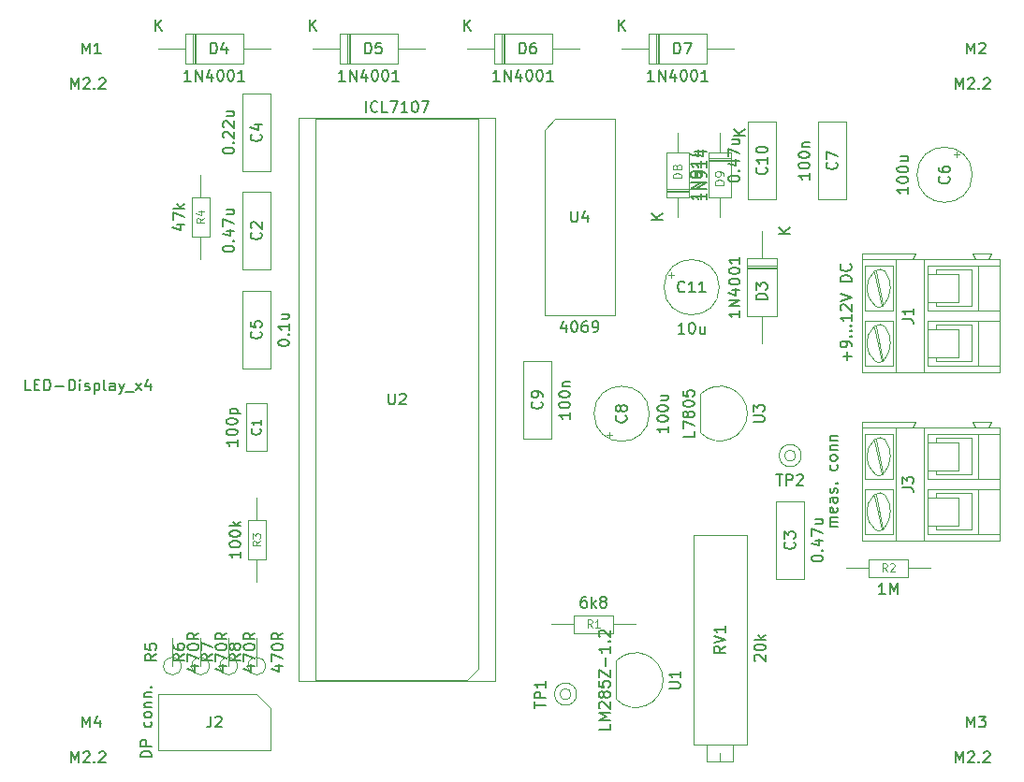
<source format=gbr>
%TF.GenerationSoftware,KiCad,Pcbnew,5.1.6-c6e7f7d~86~ubuntu18.04.1*%
%TF.CreationDate,2020-05-28T04:20:42+02:00*%
%TF.ProjectId,ICL7107,49434c37-3130-4372-9e6b-696361645f70,1.0*%
%TF.SameCoordinates,PX525bfc0PY7a53eb0*%
%TF.FileFunction,Other,Fab,Top*%
%FSLAX46Y46*%
G04 Gerber Fmt 4.6, Leading zero omitted, Abs format (unit mm)*
G04 Created by KiCad (PCBNEW 5.1.6-c6e7f7d~86~ubuntu18.04.1) date 2020-05-28 04:20:42*
%MOMM*%
%LPD*%
G01*
G04 APERTURE LIST*
%ADD10C,0.100000*%
%ADD11C,0.120000*%
%ADD12C,0.150000*%
%ADD13C,0.129000*%
%ADD14C,0.108000*%
G04 APERTURE END LIST*
D10*
%TO.C,R8*%
X20320000Y8890000D02*
X20320000Y11430000D01*
X21120000Y8890000D02*
G75*
G03*
X21120000Y8890000I-800000J0D01*
G01*
%TO.C,R7*%
X17780000Y8890000D02*
X17780000Y11430000D01*
X18580000Y8890000D02*
G75*
G03*
X18580000Y8890000I-800000J0D01*
G01*
%TO.C,R6*%
X15240000Y8890000D02*
X15240000Y11430000D01*
X16040000Y8890000D02*
G75*
G03*
X16040000Y8890000I-800000J0D01*
G01*
%TO.C,R5*%
X12700000Y8890000D02*
X12700000Y11430000D01*
X13500000Y8890000D02*
G75*
G03*
X13500000Y8890000I-800000J0D01*
G01*
%TO.C,C1*%
X21270000Y32670000D02*
X19370000Y32670000D01*
X19370000Y32670000D02*
X19370000Y28370000D01*
X19370000Y28370000D02*
X21270000Y28370000D01*
X21270000Y28370000D02*
X21270000Y32670000D01*
%TO.C,C2*%
X21570000Y44800000D02*
X21570000Y51800000D01*
X19070000Y44800000D02*
X21570000Y44800000D01*
X19070000Y51800000D02*
X19070000Y44800000D01*
X21570000Y51800000D02*
X19070000Y51800000D01*
%TO.C,C3*%
X67330000Y16780000D02*
X69830000Y16780000D01*
X69830000Y16780000D02*
X69830000Y23780000D01*
X69830000Y23780000D02*
X67330000Y23780000D01*
X67330000Y23780000D02*
X67330000Y16780000D01*
%TO.C,C4*%
X21570000Y60690000D02*
X19070000Y60690000D01*
X19070000Y60690000D02*
X19070000Y53690000D01*
X19070000Y53690000D02*
X21570000Y53690000D01*
X21570000Y53690000D02*
X21570000Y60690000D01*
%TO.C,C5*%
X19070000Y35830000D02*
X21570000Y35830000D01*
X21570000Y35830000D02*
X21570000Y42830000D01*
X21570000Y42830000D02*
X19070000Y42830000D01*
X19070000Y42830000D02*
X19070000Y35830000D01*
%TO.C,C6*%
X85050000Y53360000D02*
G75*
G03*
X85050000Y53360000I-2500000J0D01*
G01*
X83637500Y55493605D02*
X83637500Y54993605D01*
X83887500Y55243605D02*
X83387500Y55243605D01*
%TO.C,C7*%
X73640000Y58150000D02*
X71140000Y58150000D01*
X71140000Y58150000D02*
X71140000Y51150000D01*
X71140000Y51150000D02*
X73640000Y51150000D01*
X73640000Y51150000D02*
X73640000Y58150000D01*
%TO.C,C8*%
X55840000Y31730000D02*
G75*
G03*
X55840000Y31730000I-2500000J0D01*
G01*
X52252500Y29596395D02*
X52252500Y30096395D01*
X52002500Y29846395D02*
X52502500Y29846395D01*
%TO.C,C9*%
X44470000Y36480000D02*
X44470000Y29480000D01*
X46970000Y36480000D02*
X44470000Y36480000D01*
X46970000Y29480000D02*
X46970000Y36480000D01*
X44470000Y29480000D02*
X46970000Y29480000D01*
%TO.C,C10*%
X67290000Y51150000D02*
X67290000Y58150000D01*
X64790000Y51150000D02*
X67290000Y51150000D01*
X64790000Y58150000D02*
X64790000Y51150000D01*
X67290000Y58150000D02*
X64790000Y58150000D01*
%TO.C,C11*%
X57786395Y44517500D02*
X57786395Y44017500D01*
X57536395Y44267500D02*
X58036395Y44267500D01*
X62170000Y43180000D02*
G75*
G03*
X62170000Y43180000I-2500000J0D01*
G01*
%TO.C,D3*%
X67390000Y45100000D02*
X64690000Y45100000D01*
X67390000Y44900000D02*
X64690000Y44900000D01*
X67390000Y45000000D02*
X64690000Y45000000D01*
X66040000Y38100000D02*
X66040000Y40580000D01*
X66040000Y48260000D02*
X66040000Y45780000D01*
X67390000Y40580000D02*
X67390000Y45780000D01*
X64690000Y40580000D02*
X67390000Y40580000D01*
X64690000Y45780000D02*
X64690000Y40580000D01*
X67390000Y45780000D02*
X64690000Y45780000D01*
%TO.C,D4*%
X14590000Y66120000D02*
X14590000Y63420000D01*
X14790000Y66120000D02*
X14790000Y63420000D01*
X14690000Y66120000D02*
X14690000Y63420000D01*
X21590000Y64770000D02*
X19110000Y64770000D01*
X11430000Y64770000D02*
X13910000Y64770000D01*
X19110000Y66120000D02*
X13910000Y66120000D01*
X19110000Y63420000D02*
X19110000Y66120000D01*
X13910000Y63420000D02*
X19110000Y63420000D01*
X13910000Y66120000D02*
X13910000Y63420000D01*
%TO.C,D5*%
X27880000Y66120000D02*
X27880000Y63420000D01*
X27880000Y63420000D02*
X33080000Y63420000D01*
X33080000Y63420000D02*
X33080000Y66120000D01*
X33080000Y66120000D02*
X27880000Y66120000D01*
X25400000Y64770000D02*
X27880000Y64770000D01*
X35560000Y64770000D02*
X33080000Y64770000D01*
X28660000Y66120000D02*
X28660000Y63420000D01*
X28760000Y66120000D02*
X28760000Y63420000D01*
X28560000Y66120000D02*
X28560000Y63420000D01*
%TO.C,D6*%
X41850000Y66120000D02*
X41850000Y63420000D01*
X41850000Y63420000D02*
X47050000Y63420000D01*
X47050000Y63420000D02*
X47050000Y66120000D01*
X47050000Y66120000D02*
X41850000Y66120000D01*
X39370000Y64770000D02*
X41850000Y64770000D01*
X49530000Y64770000D02*
X47050000Y64770000D01*
X42630000Y66120000D02*
X42630000Y63420000D01*
X42730000Y66120000D02*
X42730000Y63420000D01*
X42530000Y66120000D02*
X42530000Y63420000D01*
%TO.C,D7*%
X55820000Y66120000D02*
X55820000Y63420000D01*
X55820000Y63420000D02*
X61020000Y63420000D01*
X61020000Y63420000D02*
X61020000Y66120000D01*
X61020000Y66120000D02*
X55820000Y66120000D01*
X53340000Y64770000D02*
X55820000Y64770000D01*
X63500000Y64770000D02*
X61020000Y64770000D01*
X56600000Y66120000D02*
X56600000Y63420000D01*
X56700000Y66120000D02*
X56700000Y63420000D01*
X56500000Y66120000D02*
X56500000Y63420000D01*
%TO.C,D8*%
X57420000Y51840000D02*
X59420000Y51840000D01*
X57420000Y52040000D02*
X59420000Y52040000D01*
X57420000Y51940000D02*
X59420000Y51940000D01*
X58420000Y57150000D02*
X58420000Y55340000D01*
X58420000Y49530000D02*
X58420000Y51340000D01*
X57420000Y55340000D02*
X57420000Y51340000D01*
X59420000Y55340000D02*
X57420000Y55340000D01*
X59420000Y51340000D02*
X59420000Y55340000D01*
X57420000Y51340000D02*
X59420000Y51340000D01*
%TO.C,D9*%
X63230000Y55340000D02*
X61230000Y55340000D01*
X61230000Y55340000D02*
X61230000Y51340000D01*
X61230000Y51340000D02*
X63230000Y51340000D01*
X63230000Y51340000D02*
X63230000Y55340000D01*
X62230000Y57150000D02*
X62230000Y55340000D01*
X62230000Y49530000D02*
X62230000Y51340000D01*
X63230000Y54740000D02*
X61230000Y54740000D01*
X63230000Y54640000D02*
X61230000Y54640000D01*
X63230000Y54840000D02*
X61230000Y54840000D01*
%TO.C,J1*%
X83820000Y36840000D02*
X83820000Y39380000D01*
X83820000Y39380000D02*
X81030000Y39380000D01*
X81030000Y36840000D02*
X81030000Y39380000D01*
X83820000Y36840000D02*
X81030000Y36840000D01*
X83820000Y41840000D02*
X83820000Y44380000D01*
X83820000Y44380000D02*
X81030000Y44380000D01*
X81030000Y41840000D02*
X81030000Y44380000D01*
X83820000Y41840000D02*
X81030000Y41840000D01*
X75060000Y45710000D02*
X78110000Y45710000D01*
X75060000Y45710000D02*
X75060000Y35520000D01*
X75060000Y45710000D02*
X75060000Y46210000D01*
X75060000Y46210000D02*
X79880000Y46210000D01*
X79880000Y46210000D02*
X79630000Y45710000D01*
X86740000Y46210000D02*
X86490000Y45710000D01*
X86490000Y45710000D02*
X87500000Y45710000D01*
X85090000Y46210000D02*
X85340000Y45710000D01*
X85340000Y45710000D02*
X86490000Y45710000D01*
X85090000Y46210000D02*
X86740000Y46210000D01*
X87500000Y41080000D02*
X85600000Y41080000D01*
X81030000Y45150000D02*
X85600000Y45150000D01*
X87500000Y41080000D02*
X87500000Y45150000D01*
X87500000Y45150000D02*
X87500000Y45710000D01*
X87500000Y40140000D02*
X85600000Y40140000D01*
X87500000Y40140000D02*
X87500000Y41080000D01*
X81030000Y36080000D02*
X85600000Y36080000D01*
X87500000Y35520000D02*
X87500000Y36080000D01*
X87500000Y36080000D02*
X87500000Y40140000D01*
X85600000Y41080000D02*
X85600000Y45150000D01*
X85600000Y41080000D02*
X81030000Y41080000D01*
X85600000Y45150000D02*
X87500000Y45150000D01*
X85600000Y40140000D02*
X85600000Y36080000D01*
X85600000Y40140000D02*
X81030000Y40140000D01*
X85600000Y36080000D02*
X87500000Y36080000D01*
X84960000Y44770000D02*
X81790000Y44770000D01*
X84960000Y44770000D02*
X84960000Y41460000D01*
X84960000Y41460000D02*
X81790000Y41460000D01*
X84960000Y39760000D02*
X81790000Y39760000D01*
X84960000Y39760000D02*
X84960000Y36460000D01*
X84960000Y36460000D02*
X81790000Y36460000D01*
X81790000Y36460000D02*
X81790000Y36840000D01*
X81790000Y39760000D02*
X81790000Y39380000D01*
X81790000Y41460000D02*
X81790000Y41840000D01*
X81790000Y44770000D02*
X81790000Y44380000D01*
X87500000Y35520000D02*
X80640000Y35520000D01*
X80640000Y35520000D02*
X78110000Y35520000D01*
X79630000Y45710000D02*
X80640000Y45710000D01*
X80640000Y45710000D02*
X85340000Y45710000D01*
X78110000Y35520000D02*
X78110000Y45710000D01*
X78110000Y35520000D02*
X75060000Y35520000D01*
X78110000Y45710000D02*
X79630000Y45710000D01*
X77850000Y41080000D02*
X75310000Y41080000D01*
X75310000Y41080000D02*
X75310000Y45150000D01*
X75310000Y45150000D02*
X77850000Y45150000D01*
X77850000Y45150000D02*
X77850000Y41080000D01*
X77850000Y40140000D02*
X75310000Y40140000D01*
X77850000Y40140000D02*
X77850000Y36080000D01*
X77850000Y36080000D02*
X75310000Y36080000D01*
X75310000Y40140000D02*
X75310000Y36080000D01*
X76830000Y41490000D02*
X76200000Y44540000D01*
X76960000Y41620000D02*
X76330000Y44660000D01*
X76830000Y36480000D02*
X76200000Y39540000D01*
X76960000Y36610000D02*
X76330000Y39660000D01*
X81030000Y36080000D02*
X81030000Y36460000D01*
X81030000Y40140000D02*
X81030000Y39760000D01*
X81030000Y39760000D02*
X81030000Y36460000D01*
X80640000Y35520000D02*
X80640000Y36460000D01*
X80640000Y36460000D02*
X80640000Y39760000D01*
X80640000Y39760000D02*
X80640000Y41460000D01*
X80640000Y45710000D02*
X80640000Y44770000D01*
X80640000Y44770000D02*
X80640000Y41460000D01*
X81030000Y45150000D02*
X81030000Y44770000D01*
X81030000Y41080000D02*
X81030000Y41460000D01*
X81030000Y41460000D02*
X81030000Y44770000D01*
X77203995Y44585532D02*
G75*
G03*
X76230000Y44640000I-513995J-455532D01*
G01*
X77111737Y41647667D02*
G75*
G03*
X77160000Y44630000I-1901737J1522333D01*
G01*
X76218313Y44638239D02*
G75*
G03*
X76280000Y41490000I1351687J-1548239D01*
G01*
X76221301Y41537028D02*
G75*
G03*
X77150000Y41680000I408699J432972D01*
G01*
X77193996Y39585620D02*
G75*
G03*
X76230000Y39630000I-503996J-455620D01*
G01*
X77121418Y36640171D02*
G75*
G03*
X77160000Y39630000I-1911418J1519829D01*
G01*
X76208466Y39639976D02*
G75*
G03*
X76280000Y36480000I1361534J-1549976D01*
G01*
X76221301Y36537028D02*
G75*
G03*
X77150000Y36680000I408699J432972D01*
G01*
%TO.C,J2*%
X21590000Y5080000D02*
X21590000Y1270000D01*
X21590000Y1270000D02*
X11430000Y1270000D01*
X11430000Y1270000D02*
X11430000Y6350000D01*
X11430000Y6350000D02*
X20320000Y6350000D01*
X20320000Y6350000D02*
X21590000Y5080000D01*
%TO.C,J3*%
X81030000Y26220000D02*
X81030000Y29530000D01*
X81030000Y25840000D02*
X81030000Y26220000D01*
X81030000Y29910000D02*
X81030000Y29530000D01*
X80640000Y29530000D02*
X80640000Y26220000D01*
X80640000Y30470000D02*
X80640000Y29530000D01*
X80640000Y24520000D02*
X80640000Y26220000D01*
X80640000Y21220000D02*
X80640000Y24520000D01*
X80640000Y20280000D02*
X80640000Y21220000D01*
X81030000Y24520000D02*
X81030000Y21220000D01*
X81030000Y24900000D02*
X81030000Y24520000D01*
X81030000Y20840000D02*
X81030000Y21220000D01*
X76960000Y21370000D02*
X76330000Y24420000D01*
X76830000Y21240000D02*
X76200000Y24300000D01*
X76960000Y26380000D02*
X76330000Y29420000D01*
X76830000Y26250000D02*
X76200000Y29300000D01*
X75310000Y24900000D02*
X75310000Y20840000D01*
X77850000Y20840000D02*
X75310000Y20840000D01*
X77850000Y24900000D02*
X77850000Y20840000D01*
X77850000Y24900000D02*
X75310000Y24900000D01*
X77850000Y29910000D02*
X77850000Y25840000D01*
X75310000Y29910000D02*
X77850000Y29910000D01*
X75310000Y25840000D02*
X75310000Y29910000D01*
X77850000Y25840000D02*
X75310000Y25840000D01*
X78110000Y30470000D02*
X79630000Y30470000D01*
X78110000Y20280000D02*
X75060000Y20280000D01*
X78110000Y20280000D02*
X78110000Y30470000D01*
X80640000Y30470000D02*
X85340000Y30470000D01*
X79630000Y30470000D02*
X80640000Y30470000D01*
X80640000Y20280000D02*
X78110000Y20280000D01*
X87500000Y20280000D02*
X80640000Y20280000D01*
X81790000Y29530000D02*
X81790000Y29140000D01*
X81790000Y26220000D02*
X81790000Y26600000D01*
X81790000Y24520000D02*
X81790000Y24140000D01*
X81790000Y21220000D02*
X81790000Y21600000D01*
X84960000Y21220000D02*
X81790000Y21220000D01*
X84960000Y24520000D02*
X84960000Y21220000D01*
X84960000Y24520000D02*
X81790000Y24520000D01*
X84960000Y26220000D02*
X81790000Y26220000D01*
X84960000Y29530000D02*
X84960000Y26220000D01*
X84960000Y29530000D02*
X81790000Y29530000D01*
X85600000Y20840000D02*
X87500000Y20840000D01*
X85600000Y24900000D02*
X81030000Y24900000D01*
X85600000Y24900000D02*
X85600000Y20840000D01*
X85600000Y29910000D02*
X87500000Y29910000D01*
X85600000Y25840000D02*
X81030000Y25840000D01*
X85600000Y25840000D02*
X85600000Y29910000D01*
X87500000Y20840000D02*
X87500000Y24900000D01*
X87500000Y20280000D02*
X87500000Y20840000D01*
X81030000Y20840000D02*
X85600000Y20840000D01*
X87500000Y24900000D02*
X87500000Y25840000D01*
X87500000Y24900000D02*
X85600000Y24900000D01*
X87500000Y29910000D02*
X87500000Y30470000D01*
X87500000Y25840000D02*
X87500000Y29910000D01*
X81030000Y29910000D02*
X85600000Y29910000D01*
X87500000Y25840000D02*
X85600000Y25840000D01*
X85090000Y30970000D02*
X86740000Y30970000D01*
X85340000Y30470000D02*
X86490000Y30470000D01*
X85090000Y30970000D02*
X85340000Y30470000D01*
X86490000Y30470000D02*
X87500000Y30470000D01*
X86740000Y30970000D02*
X86490000Y30470000D01*
X79880000Y30970000D02*
X79630000Y30470000D01*
X75060000Y30970000D02*
X79880000Y30970000D01*
X75060000Y30470000D02*
X75060000Y30970000D01*
X75060000Y30470000D02*
X75060000Y20280000D01*
X75060000Y30470000D02*
X78110000Y30470000D01*
X83820000Y26600000D02*
X81030000Y26600000D01*
X81030000Y26600000D02*
X81030000Y29140000D01*
X83820000Y29140000D02*
X81030000Y29140000D01*
X83820000Y26600000D02*
X83820000Y29140000D01*
X83820000Y21600000D02*
X81030000Y21600000D01*
X81030000Y21600000D02*
X81030000Y24140000D01*
X83820000Y24140000D02*
X81030000Y24140000D01*
X83820000Y21600000D02*
X83820000Y24140000D01*
X76221301Y21297028D02*
G75*
G03*
X77150000Y21440000I408699J432972D01*
G01*
X76208466Y24399976D02*
G75*
G03*
X76280000Y21240000I1361534J-1549976D01*
G01*
X77121418Y21400171D02*
G75*
G03*
X77160000Y24390000I-1911418J1519829D01*
G01*
X77193996Y24345620D02*
G75*
G03*
X76230000Y24390000I-503996J-455620D01*
G01*
X76221301Y26297028D02*
G75*
G03*
X77150000Y26440000I408699J432972D01*
G01*
X76218313Y29398239D02*
G75*
G03*
X76280000Y26250000I1351687J-1548239D01*
G01*
X77111737Y26407667D02*
G75*
G03*
X77160000Y29390000I-1901737J1522333D01*
G01*
X77203995Y29345532D02*
G75*
G03*
X76230000Y29400000I-513995J-455532D01*
G01*
%TO.C,R1*%
X52600000Y11900000D02*
X52600000Y13500000D01*
X52600000Y13500000D02*
X49000000Y13500000D01*
X49000000Y13500000D02*
X49000000Y11900000D01*
X49000000Y11900000D02*
X52600000Y11900000D01*
X54610000Y12700000D02*
X52600000Y12700000D01*
X46990000Y12700000D02*
X49000000Y12700000D01*
%TO.C,R2*%
X75670000Y18580000D02*
X75670000Y16980000D01*
X75670000Y16980000D02*
X79270000Y16980000D01*
X79270000Y16980000D02*
X79270000Y18580000D01*
X79270000Y18580000D02*
X75670000Y18580000D01*
X73660000Y17780000D02*
X75670000Y17780000D01*
X81280000Y17780000D02*
X79270000Y17780000D01*
%TO.C,R3*%
X21120000Y22120000D02*
X19520000Y22120000D01*
X19520000Y22120000D02*
X19520000Y18520000D01*
X19520000Y18520000D02*
X21120000Y18520000D01*
X21120000Y18520000D02*
X21120000Y22120000D01*
X20320000Y24130000D02*
X20320000Y22120000D01*
X20320000Y16510000D02*
X20320000Y18520000D01*
%TO.C,R4*%
X15240000Y45720000D02*
X15240000Y47730000D01*
X15240000Y53340000D02*
X15240000Y51330000D01*
X16040000Y47730000D02*
X16040000Y51330000D01*
X14440000Y47730000D02*
X16040000Y47730000D01*
X14440000Y51330000D02*
X14440000Y47730000D01*
X16040000Y51330000D02*
X14440000Y51330000D01*
%TO.C,RV1*%
X59830000Y1780000D02*
X64630000Y1780000D01*
X64630000Y1780000D02*
X64630000Y20780000D01*
X64630000Y20780000D02*
X59830000Y20780000D01*
X59830000Y20780000D02*
X59830000Y1780000D01*
X61050000Y260000D02*
X63410000Y260000D01*
X63410000Y260000D02*
X63410000Y1780000D01*
X63410000Y1780000D02*
X61050000Y1780000D01*
X61050000Y1780000D02*
X61050000Y260000D01*
X62230000Y260000D02*
X62230000Y1020000D01*
D11*
%TO.C,TP1*%
X48760000Y6350000D02*
G75*
G03*
X48760000Y6350000I-500000J0D01*
G01*
X49260000Y6350000D02*
G75*
G03*
X49260000Y6350000I-1000000J0D01*
G01*
%TO.C,TP2*%
X69580000Y27940000D02*
G75*
G03*
X69580000Y27940000I-1000000J0D01*
G01*
X69080000Y27940000D02*
G75*
G03*
X69080000Y27940000I-500000J0D01*
G01*
D10*
%TO.C,U1*%
X52860000Y9390000D02*
X52860000Y5890000D01*
X52856375Y5866375D02*
G75*
G03*
X57090000Y7620000I1753625J1753625D01*
G01*
X52856375Y9373625D02*
G75*
G02*
X57090000Y7620000I1753625J-1753625D01*
G01*
%TO.C,U2*%
X39385000Y7620000D02*
X25655000Y7620000D01*
X25655000Y7620000D02*
X25655000Y58420000D01*
X25655000Y58420000D02*
X40385000Y58420000D01*
X40385000Y58420000D02*
X40385000Y8620000D01*
X40385000Y8620000D02*
X39385000Y7620000D01*
X41910000Y7560000D02*
X41910000Y58480000D01*
X41910000Y58480000D02*
X24130000Y58480000D01*
X24130000Y58480000D02*
X24130000Y7560000D01*
X24130000Y7560000D02*
X41910000Y7560000D01*
%TO.C,U3*%
X60480000Y33520000D02*
X60480000Y30020000D01*
X60476375Y33503625D02*
G75*
G02*
X64710000Y31750000I1753625J-1753625D01*
G01*
X60476375Y29996375D02*
G75*
G03*
X64710000Y31750000I1753625J1753625D01*
G01*
%TO.C,U4*%
X47355000Y58420000D02*
X52705000Y58420000D01*
X52705000Y58420000D02*
X52705000Y40640000D01*
X52705000Y40640000D02*
X46355000Y40640000D01*
X46355000Y40640000D02*
X46355000Y57420000D01*
X46355000Y57420000D02*
X47355000Y58420000D01*
%TD*%
%TO.C,D1*%
D12*
X-134286Y33837620D02*
X-610477Y33837620D01*
X-610477Y34837620D01*
X199047Y34361429D02*
X532380Y34361429D01*
X675238Y33837620D02*
X199047Y33837620D01*
X199047Y34837620D01*
X675238Y34837620D01*
X1103809Y33837620D02*
X1103809Y34837620D01*
X1341904Y34837620D01*
X1484761Y34790000D01*
X1580000Y34694762D01*
X1627619Y34599524D01*
X1675238Y34409048D01*
X1675238Y34266191D01*
X1627619Y34075715D01*
X1580000Y33980477D01*
X1484761Y33885239D01*
X1341904Y33837620D01*
X1103809Y33837620D01*
X2103809Y34218572D02*
X2865714Y34218572D01*
X3341904Y33837620D02*
X3341904Y34837620D01*
X3580000Y34837620D01*
X3722857Y34790000D01*
X3818095Y34694762D01*
X3865714Y34599524D01*
X3913333Y34409048D01*
X3913333Y34266191D01*
X3865714Y34075715D01*
X3818095Y33980477D01*
X3722857Y33885239D01*
X3580000Y33837620D01*
X3341904Y33837620D01*
X4341904Y33837620D02*
X4341904Y34504286D01*
X4341904Y34837620D02*
X4294285Y34790000D01*
X4341904Y34742381D01*
X4389523Y34790000D01*
X4341904Y34837620D01*
X4341904Y34742381D01*
X4770476Y33885239D02*
X4865714Y33837620D01*
X5056190Y33837620D01*
X5151428Y33885239D01*
X5199047Y33980477D01*
X5199047Y34028096D01*
X5151428Y34123334D01*
X5056190Y34170953D01*
X4913333Y34170953D01*
X4818095Y34218572D01*
X4770476Y34313810D01*
X4770476Y34361429D01*
X4818095Y34456667D01*
X4913333Y34504286D01*
X5056190Y34504286D01*
X5151428Y34456667D01*
X5627619Y34504286D02*
X5627619Y33504286D01*
X5627619Y34456667D02*
X5722857Y34504286D01*
X5913333Y34504286D01*
X6008571Y34456667D01*
X6056190Y34409048D01*
X6103809Y34313810D01*
X6103809Y34028096D01*
X6056190Y33932858D01*
X6008571Y33885239D01*
X5913333Y33837620D01*
X5722857Y33837620D01*
X5627619Y33885239D01*
X6675238Y33837620D02*
X6580000Y33885239D01*
X6532380Y33980477D01*
X6532380Y34837620D01*
X7484761Y33837620D02*
X7484761Y34361429D01*
X7437142Y34456667D01*
X7341904Y34504286D01*
X7151428Y34504286D01*
X7056190Y34456667D01*
X7484761Y33885239D02*
X7389523Y33837620D01*
X7151428Y33837620D01*
X7056190Y33885239D01*
X7008571Y33980477D01*
X7008571Y34075715D01*
X7056190Y34170953D01*
X7151428Y34218572D01*
X7389523Y34218572D01*
X7484761Y34266191D01*
X7865714Y34504286D02*
X8103809Y33837620D01*
X8341904Y34504286D02*
X8103809Y33837620D01*
X8008571Y33599524D01*
X7960952Y33551905D01*
X7865714Y33504286D01*
X8484761Y33742381D02*
X9246666Y33742381D01*
X9389523Y33837620D02*
X9913333Y34504286D01*
X9389523Y34504286D02*
X9913333Y33837620D01*
X10722857Y34504286D02*
X10722857Y33837620D01*
X10484761Y34885239D02*
X10246666Y34170953D01*
X10865714Y34170953D01*
%TO.C,R8*%
X22025714Y8898096D02*
X22692380Y8898096D01*
X21644761Y8660000D02*
X22359047Y8421905D01*
X22359047Y9040953D01*
X21692380Y9326667D02*
X21692380Y9993334D01*
X22692380Y9564762D01*
X21692380Y10564762D02*
X21692380Y10660000D01*
X21740000Y10755239D01*
X21787619Y10802858D01*
X21882857Y10850477D01*
X22073333Y10898096D01*
X22311428Y10898096D01*
X22501904Y10850477D01*
X22597142Y10802858D01*
X22644761Y10755239D01*
X22692380Y10660000D01*
X22692380Y10564762D01*
X22644761Y10469524D01*
X22597142Y10421905D01*
X22501904Y10374286D01*
X22311428Y10326667D01*
X22073333Y10326667D01*
X21882857Y10374286D01*
X21787619Y10421905D01*
X21740000Y10469524D01*
X21692380Y10564762D01*
X22692380Y11898096D02*
X22216190Y11564762D01*
X22692380Y11326667D02*
X21692380Y11326667D01*
X21692380Y11707620D01*
X21740000Y11802858D01*
X21787619Y11850477D01*
X21882857Y11898096D01*
X22025714Y11898096D01*
X22120952Y11850477D01*
X22168571Y11802858D01*
X22216190Y11707620D01*
X22216190Y11326667D01*
X18852380Y9993334D02*
X18376190Y9660000D01*
X18852380Y9421905D02*
X17852380Y9421905D01*
X17852380Y9802858D01*
X17900000Y9898096D01*
X17947619Y9945715D01*
X18042857Y9993334D01*
X18185714Y9993334D01*
X18280952Y9945715D01*
X18328571Y9898096D01*
X18376190Y9802858D01*
X18376190Y9421905D01*
X18280952Y10564762D02*
X18233333Y10469524D01*
X18185714Y10421905D01*
X18090476Y10374286D01*
X18042857Y10374286D01*
X17947619Y10421905D01*
X17900000Y10469524D01*
X17852380Y10564762D01*
X17852380Y10755239D01*
X17900000Y10850477D01*
X17947619Y10898096D01*
X18042857Y10945715D01*
X18090476Y10945715D01*
X18185714Y10898096D01*
X18233333Y10850477D01*
X18280952Y10755239D01*
X18280952Y10564762D01*
X18328571Y10469524D01*
X18376190Y10421905D01*
X18471428Y10374286D01*
X18661904Y10374286D01*
X18757142Y10421905D01*
X18804761Y10469524D01*
X18852380Y10564762D01*
X18852380Y10755239D01*
X18804761Y10850477D01*
X18757142Y10898096D01*
X18661904Y10945715D01*
X18471428Y10945715D01*
X18376190Y10898096D01*
X18328571Y10850477D01*
X18280952Y10755239D01*
%TO.C,R7*%
X19485714Y8898096D02*
X20152380Y8898096D01*
X19104761Y8660000D02*
X19819047Y8421905D01*
X19819047Y9040953D01*
X19152380Y9326667D02*
X19152380Y9993334D01*
X20152380Y9564762D01*
X19152380Y10564762D02*
X19152380Y10660000D01*
X19200000Y10755239D01*
X19247619Y10802858D01*
X19342857Y10850477D01*
X19533333Y10898096D01*
X19771428Y10898096D01*
X19961904Y10850477D01*
X20057142Y10802858D01*
X20104761Y10755239D01*
X20152380Y10660000D01*
X20152380Y10564762D01*
X20104761Y10469524D01*
X20057142Y10421905D01*
X19961904Y10374286D01*
X19771428Y10326667D01*
X19533333Y10326667D01*
X19342857Y10374286D01*
X19247619Y10421905D01*
X19200000Y10469524D01*
X19152380Y10564762D01*
X20152380Y11898096D02*
X19676190Y11564762D01*
X20152380Y11326667D02*
X19152380Y11326667D01*
X19152380Y11707620D01*
X19200000Y11802858D01*
X19247619Y11850477D01*
X19342857Y11898096D01*
X19485714Y11898096D01*
X19580952Y11850477D01*
X19628571Y11802858D01*
X19676190Y11707620D01*
X19676190Y11326667D01*
X16312380Y9993334D02*
X15836190Y9660000D01*
X16312380Y9421905D02*
X15312380Y9421905D01*
X15312380Y9802858D01*
X15360000Y9898096D01*
X15407619Y9945715D01*
X15502857Y9993334D01*
X15645714Y9993334D01*
X15740952Y9945715D01*
X15788571Y9898096D01*
X15836190Y9802858D01*
X15836190Y9421905D01*
X15312380Y10326667D02*
X15312380Y10993334D01*
X16312380Y10564762D01*
%TO.C,R6*%
X16945714Y8898096D02*
X17612380Y8898096D01*
X16564761Y8660000D02*
X17279047Y8421905D01*
X17279047Y9040953D01*
X16612380Y9326667D02*
X16612380Y9993334D01*
X17612380Y9564762D01*
X16612380Y10564762D02*
X16612380Y10660000D01*
X16660000Y10755239D01*
X16707619Y10802858D01*
X16802857Y10850477D01*
X16993333Y10898096D01*
X17231428Y10898096D01*
X17421904Y10850477D01*
X17517142Y10802858D01*
X17564761Y10755239D01*
X17612380Y10660000D01*
X17612380Y10564762D01*
X17564761Y10469524D01*
X17517142Y10421905D01*
X17421904Y10374286D01*
X17231428Y10326667D01*
X16993333Y10326667D01*
X16802857Y10374286D01*
X16707619Y10421905D01*
X16660000Y10469524D01*
X16612380Y10564762D01*
X17612380Y11898096D02*
X17136190Y11564762D01*
X17612380Y11326667D02*
X16612380Y11326667D01*
X16612380Y11707620D01*
X16660000Y11802858D01*
X16707619Y11850477D01*
X16802857Y11898096D01*
X16945714Y11898096D01*
X17040952Y11850477D01*
X17088571Y11802858D01*
X17136190Y11707620D01*
X17136190Y11326667D01*
X13772380Y9993334D02*
X13296190Y9660000D01*
X13772380Y9421905D02*
X12772380Y9421905D01*
X12772380Y9802858D01*
X12820000Y9898096D01*
X12867619Y9945715D01*
X12962857Y9993334D01*
X13105714Y9993334D01*
X13200952Y9945715D01*
X13248571Y9898096D01*
X13296190Y9802858D01*
X13296190Y9421905D01*
X12772380Y10850477D02*
X12772380Y10660000D01*
X12820000Y10564762D01*
X12867619Y10517143D01*
X13010476Y10421905D01*
X13200952Y10374286D01*
X13581904Y10374286D01*
X13677142Y10421905D01*
X13724761Y10469524D01*
X13772380Y10564762D01*
X13772380Y10755239D01*
X13724761Y10850477D01*
X13677142Y10898096D01*
X13581904Y10945715D01*
X13343809Y10945715D01*
X13248571Y10898096D01*
X13200952Y10850477D01*
X13153333Y10755239D01*
X13153333Y10564762D01*
X13200952Y10469524D01*
X13248571Y10421905D01*
X13343809Y10374286D01*
%TO.C,R5*%
X14405714Y8898096D02*
X15072380Y8898096D01*
X14024761Y8660000D02*
X14739047Y8421905D01*
X14739047Y9040953D01*
X14072380Y9326667D02*
X14072380Y9993334D01*
X15072380Y9564762D01*
X14072380Y10564762D02*
X14072380Y10660000D01*
X14120000Y10755239D01*
X14167619Y10802858D01*
X14262857Y10850477D01*
X14453333Y10898096D01*
X14691428Y10898096D01*
X14881904Y10850477D01*
X14977142Y10802858D01*
X15024761Y10755239D01*
X15072380Y10660000D01*
X15072380Y10564762D01*
X15024761Y10469524D01*
X14977142Y10421905D01*
X14881904Y10374286D01*
X14691428Y10326667D01*
X14453333Y10326667D01*
X14262857Y10374286D01*
X14167619Y10421905D01*
X14120000Y10469524D01*
X14072380Y10564762D01*
X15072380Y11898096D02*
X14596190Y11564762D01*
X15072380Y11326667D02*
X14072380Y11326667D01*
X14072380Y11707620D01*
X14120000Y11802858D01*
X14167619Y11850477D01*
X14262857Y11898096D01*
X14405714Y11898096D01*
X14500952Y11850477D01*
X14548571Y11802858D01*
X14596190Y11707620D01*
X14596190Y11326667D01*
X11232380Y9993334D02*
X10756190Y9660000D01*
X11232380Y9421905D02*
X10232380Y9421905D01*
X10232380Y9802858D01*
X10280000Y9898096D01*
X10327619Y9945715D01*
X10422857Y9993334D01*
X10565714Y9993334D01*
X10660952Y9945715D01*
X10708571Y9898096D01*
X10756190Y9802858D01*
X10756190Y9421905D01*
X10232380Y10898096D02*
X10232380Y10421905D01*
X10708571Y10374286D01*
X10660952Y10421905D01*
X10613333Y10517143D01*
X10613333Y10755239D01*
X10660952Y10850477D01*
X10708571Y10898096D01*
X10803809Y10945715D01*
X11041904Y10945715D01*
X11137142Y10898096D01*
X11184761Y10850477D01*
X11232380Y10755239D01*
X11232380Y10517143D01*
X11184761Y10421905D01*
X11137142Y10374286D01*
%TO.C,C1*%
X18572380Y29400953D02*
X18572380Y28829524D01*
X18572380Y29115239D02*
X17572380Y29115239D01*
X17715238Y29020000D01*
X17810476Y28924762D01*
X17858095Y28829524D01*
X17572380Y30020000D02*
X17572380Y30115239D01*
X17620000Y30210477D01*
X17667619Y30258096D01*
X17762857Y30305715D01*
X17953333Y30353334D01*
X18191428Y30353334D01*
X18381904Y30305715D01*
X18477142Y30258096D01*
X18524761Y30210477D01*
X18572380Y30115239D01*
X18572380Y30020000D01*
X18524761Y29924762D01*
X18477142Y29877143D01*
X18381904Y29829524D01*
X18191428Y29781905D01*
X17953333Y29781905D01*
X17762857Y29829524D01*
X17667619Y29877143D01*
X17620000Y29924762D01*
X17572380Y30020000D01*
X17572380Y30972381D02*
X17572380Y31067620D01*
X17620000Y31162858D01*
X17667619Y31210477D01*
X17762857Y31258096D01*
X17953333Y31305715D01*
X18191428Y31305715D01*
X18381904Y31258096D01*
X18477142Y31210477D01*
X18524761Y31162858D01*
X18572380Y31067620D01*
X18572380Y30972381D01*
X18524761Y30877143D01*
X18477142Y30829524D01*
X18381904Y30781905D01*
X18191428Y30734286D01*
X17953333Y30734286D01*
X17762857Y30781905D01*
X17667619Y30829524D01*
X17620000Y30877143D01*
X17572380Y30972381D01*
X17905714Y31734286D02*
X18905714Y31734286D01*
X17953333Y31734286D02*
X17905714Y31829524D01*
X17905714Y32020000D01*
X17953333Y32115239D01*
X18000952Y32162858D01*
X18096190Y32210477D01*
X18381904Y32210477D01*
X18477142Y32162858D01*
X18524761Y32115239D01*
X18572380Y32020000D01*
X18572380Y31829524D01*
X18524761Y31734286D01*
D13*
X20627142Y30376667D02*
X20668095Y30335715D01*
X20709047Y30212858D01*
X20709047Y30130953D01*
X20668095Y30008096D01*
X20586190Y29926191D01*
X20504285Y29885239D01*
X20340476Y29844286D01*
X20217619Y29844286D01*
X20053809Y29885239D01*
X19971904Y29926191D01*
X19890000Y30008096D01*
X19849047Y30130953D01*
X19849047Y30212858D01*
X19890000Y30335715D01*
X19930952Y30376667D01*
X20709047Y31195715D02*
X20709047Y30704286D01*
X20709047Y30950000D02*
X19849047Y30950000D01*
X19971904Y30868096D01*
X20053809Y30786191D01*
X20094761Y30704286D01*
%TO.C,C2*%
D12*
X17272380Y46609524D02*
X17272380Y46704762D01*
X17320000Y46800000D01*
X17367619Y46847620D01*
X17462857Y46895239D01*
X17653333Y46942858D01*
X17891428Y46942858D01*
X18081904Y46895239D01*
X18177142Y46847620D01*
X18224761Y46800000D01*
X18272380Y46704762D01*
X18272380Y46609524D01*
X18224761Y46514286D01*
X18177142Y46466667D01*
X18081904Y46419048D01*
X17891428Y46371429D01*
X17653333Y46371429D01*
X17462857Y46419048D01*
X17367619Y46466667D01*
X17320000Y46514286D01*
X17272380Y46609524D01*
X18177142Y47371429D02*
X18224761Y47419048D01*
X18272380Y47371429D01*
X18224761Y47323810D01*
X18177142Y47371429D01*
X18272380Y47371429D01*
X17605714Y48276191D02*
X18272380Y48276191D01*
X17224761Y48038096D02*
X17939047Y47800000D01*
X17939047Y48419048D01*
X17272380Y48704762D02*
X17272380Y49371429D01*
X18272380Y48942858D01*
X17605714Y50180953D02*
X18272380Y50180953D01*
X17605714Y49752381D02*
X18129523Y49752381D01*
X18224761Y49800000D01*
X18272380Y49895239D01*
X18272380Y50038096D01*
X18224761Y50133334D01*
X18177142Y50180953D01*
X20677142Y48133334D02*
X20724761Y48085715D01*
X20772380Y47942858D01*
X20772380Y47847620D01*
X20724761Y47704762D01*
X20629523Y47609524D01*
X20534285Y47561905D01*
X20343809Y47514286D01*
X20200952Y47514286D01*
X20010476Y47561905D01*
X19915238Y47609524D01*
X19820000Y47704762D01*
X19772380Y47847620D01*
X19772380Y47942858D01*
X19820000Y48085715D01*
X19867619Y48133334D01*
X19867619Y48514286D02*
X19820000Y48561905D01*
X19772380Y48657143D01*
X19772380Y48895239D01*
X19820000Y48990477D01*
X19867619Y49038096D01*
X19962857Y49085715D01*
X20058095Y49085715D01*
X20200952Y49038096D01*
X20772380Y48466667D01*
X20772380Y49085715D01*
%TO.C,C3*%
X70532380Y18589524D02*
X70532380Y18684762D01*
X70580000Y18780000D01*
X70627619Y18827620D01*
X70722857Y18875239D01*
X70913333Y18922858D01*
X71151428Y18922858D01*
X71341904Y18875239D01*
X71437142Y18827620D01*
X71484761Y18780000D01*
X71532380Y18684762D01*
X71532380Y18589524D01*
X71484761Y18494286D01*
X71437142Y18446667D01*
X71341904Y18399048D01*
X71151428Y18351429D01*
X70913333Y18351429D01*
X70722857Y18399048D01*
X70627619Y18446667D01*
X70580000Y18494286D01*
X70532380Y18589524D01*
X71437142Y19351429D02*
X71484761Y19399048D01*
X71532380Y19351429D01*
X71484761Y19303810D01*
X71437142Y19351429D01*
X71532380Y19351429D01*
X70865714Y20256191D02*
X71532380Y20256191D01*
X70484761Y20018096D02*
X71199047Y19780000D01*
X71199047Y20399048D01*
X70532380Y20684762D02*
X70532380Y21351429D01*
X71532380Y20922858D01*
X70865714Y22160953D02*
X71532380Y22160953D01*
X70865714Y21732381D02*
X71389523Y21732381D01*
X71484761Y21780000D01*
X71532380Y21875239D01*
X71532380Y22018096D01*
X71484761Y22113334D01*
X71437142Y22160953D01*
X68937142Y20113334D02*
X68984761Y20065715D01*
X69032380Y19922858D01*
X69032380Y19827620D01*
X68984761Y19684762D01*
X68889523Y19589524D01*
X68794285Y19541905D01*
X68603809Y19494286D01*
X68460952Y19494286D01*
X68270476Y19541905D01*
X68175238Y19589524D01*
X68080000Y19684762D01*
X68032380Y19827620D01*
X68032380Y19922858D01*
X68080000Y20065715D01*
X68127619Y20113334D01*
X68032380Y20446667D02*
X68032380Y21065715D01*
X68413333Y20732381D01*
X68413333Y20875239D01*
X68460952Y20970477D01*
X68508571Y21018096D01*
X68603809Y21065715D01*
X68841904Y21065715D01*
X68937142Y21018096D01*
X68984761Y20970477D01*
X69032380Y20875239D01*
X69032380Y20589524D01*
X68984761Y20494286D01*
X68937142Y20446667D01*
%TO.C,C4*%
X17272380Y55499524D02*
X17272380Y55594762D01*
X17320000Y55690000D01*
X17367619Y55737620D01*
X17462857Y55785239D01*
X17653333Y55832858D01*
X17891428Y55832858D01*
X18081904Y55785239D01*
X18177142Y55737620D01*
X18224761Y55690000D01*
X18272380Y55594762D01*
X18272380Y55499524D01*
X18224761Y55404286D01*
X18177142Y55356667D01*
X18081904Y55309048D01*
X17891428Y55261429D01*
X17653333Y55261429D01*
X17462857Y55309048D01*
X17367619Y55356667D01*
X17320000Y55404286D01*
X17272380Y55499524D01*
X18177142Y56261429D02*
X18224761Y56309048D01*
X18272380Y56261429D01*
X18224761Y56213810D01*
X18177142Y56261429D01*
X18272380Y56261429D01*
X17367619Y56690000D02*
X17320000Y56737620D01*
X17272380Y56832858D01*
X17272380Y57070953D01*
X17320000Y57166191D01*
X17367619Y57213810D01*
X17462857Y57261429D01*
X17558095Y57261429D01*
X17700952Y57213810D01*
X18272380Y56642381D01*
X18272380Y57261429D01*
X17367619Y57642381D02*
X17320000Y57690000D01*
X17272380Y57785239D01*
X17272380Y58023334D01*
X17320000Y58118572D01*
X17367619Y58166191D01*
X17462857Y58213810D01*
X17558095Y58213810D01*
X17700952Y58166191D01*
X18272380Y57594762D01*
X18272380Y58213810D01*
X17605714Y59070953D02*
X18272380Y59070953D01*
X17605714Y58642381D02*
X18129523Y58642381D01*
X18224761Y58690000D01*
X18272380Y58785239D01*
X18272380Y58928096D01*
X18224761Y59023334D01*
X18177142Y59070953D01*
X20677142Y57023334D02*
X20724761Y56975715D01*
X20772380Y56832858D01*
X20772380Y56737620D01*
X20724761Y56594762D01*
X20629523Y56499524D01*
X20534285Y56451905D01*
X20343809Y56404286D01*
X20200952Y56404286D01*
X20010476Y56451905D01*
X19915238Y56499524D01*
X19820000Y56594762D01*
X19772380Y56737620D01*
X19772380Y56832858D01*
X19820000Y56975715D01*
X19867619Y57023334D01*
X20105714Y57880477D02*
X20772380Y57880477D01*
X19724761Y57642381D02*
X20439047Y57404286D01*
X20439047Y58023334D01*
%TO.C,C5*%
X22272380Y38115715D02*
X22272380Y38210953D01*
X22320000Y38306191D01*
X22367619Y38353810D01*
X22462857Y38401429D01*
X22653333Y38449048D01*
X22891428Y38449048D01*
X23081904Y38401429D01*
X23177142Y38353810D01*
X23224761Y38306191D01*
X23272380Y38210953D01*
X23272380Y38115715D01*
X23224761Y38020477D01*
X23177142Y37972858D01*
X23081904Y37925239D01*
X22891428Y37877620D01*
X22653333Y37877620D01*
X22462857Y37925239D01*
X22367619Y37972858D01*
X22320000Y38020477D01*
X22272380Y38115715D01*
X23177142Y38877620D02*
X23224761Y38925239D01*
X23272380Y38877620D01*
X23224761Y38830000D01*
X23177142Y38877620D01*
X23272380Y38877620D01*
X23272380Y39877620D02*
X23272380Y39306191D01*
X23272380Y39591905D02*
X22272380Y39591905D01*
X22415238Y39496667D01*
X22510476Y39401429D01*
X22558095Y39306191D01*
X22605714Y40734762D02*
X23272380Y40734762D01*
X22605714Y40306191D02*
X23129523Y40306191D01*
X23224761Y40353810D01*
X23272380Y40449048D01*
X23272380Y40591905D01*
X23224761Y40687143D01*
X23177142Y40734762D01*
X20677142Y39163334D02*
X20724761Y39115715D01*
X20772380Y38972858D01*
X20772380Y38877620D01*
X20724761Y38734762D01*
X20629523Y38639524D01*
X20534285Y38591905D01*
X20343809Y38544286D01*
X20200952Y38544286D01*
X20010476Y38591905D01*
X19915238Y38639524D01*
X19820000Y38734762D01*
X19772380Y38877620D01*
X19772380Y38972858D01*
X19820000Y39115715D01*
X19867619Y39163334D01*
X19772380Y40068096D02*
X19772380Y39591905D01*
X20248571Y39544286D01*
X20200952Y39591905D01*
X20153333Y39687143D01*
X20153333Y39925239D01*
X20200952Y40020477D01*
X20248571Y40068096D01*
X20343809Y40115715D01*
X20581904Y40115715D01*
X20677142Y40068096D01*
X20724761Y40020477D01*
X20772380Y39925239D01*
X20772380Y39687143D01*
X20724761Y39591905D01*
X20677142Y39544286D01*
%TO.C,C6*%
X79252380Y52240953D02*
X79252380Y51669524D01*
X79252380Y51955239D02*
X78252380Y51955239D01*
X78395238Y51860000D01*
X78490476Y51764762D01*
X78538095Y51669524D01*
X78252380Y52860000D02*
X78252380Y52955239D01*
X78300000Y53050477D01*
X78347619Y53098096D01*
X78442857Y53145715D01*
X78633333Y53193334D01*
X78871428Y53193334D01*
X79061904Y53145715D01*
X79157142Y53098096D01*
X79204761Y53050477D01*
X79252380Y52955239D01*
X79252380Y52860000D01*
X79204761Y52764762D01*
X79157142Y52717143D01*
X79061904Y52669524D01*
X78871428Y52621905D01*
X78633333Y52621905D01*
X78442857Y52669524D01*
X78347619Y52717143D01*
X78300000Y52764762D01*
X78252380Y52860000D01*
X78252380Y53812381D02*
X78252380Y53907620D01*
X78300000Y54002858D01*
X78347619Y54050477D01*
X78442857Y54098096D01*
X78633333Y54145715D01*
X78871428Y54145715D01*
X79061904Y54098096D01*
X79157142Y54050477D01*
X79204761Y54002858D01*
X79252380Y53907620D01*
X79252380Y53812381D01*
X79204761Y53717143D01*
X79157142Y53669524D01*
X79061904Y53621905D01*
X78871428Y53574286D01*
X78633333Y53574286D01*
X78442857Y53621905D01*
X78347619Y53669524D01*
X78300000Y53717143D01*
X78252380Y53812381D01*
X78585714Y55002858D02*
X79252380Y55002858D01*
X78585714Y54574286D02*
X79109523Y54574286D01*
X79204761Y54621905D01*
X79252380Y54717143D01*
X79252380Y54860000D01*
X79204761Y54955239D01*
X79157142Y55002858D01*
X82907142Y53193334D02*
X82954761Y53145715D01*
X83002380Y53002858D01*
X83002380Y52907620D01*
X82954761Y52764762D01*
X82859523Y52669524D01*
X82764285Y52621905D01*
X82573809Y52574286D01*
X82430952Y52574286D01*
X82240476Y52621905D01*
X82145238Y52669524D01*
X82050000Y52764762D01*
X82002380Y52907620D01*
X82002380Y53002858D01*
X82050000Y53145715D01*
X82097619Y53193334D01*
X82002380Y54050477D02*
X82002380Y53860000D01*
X82050000Y53764762D01*
X82097619Y53717143D01*
X82240476Y53621905D01*
X82430952Y53574286D01*
X82811904Y53574286D01*
X82907142Y53621905D01*
X82954761Y53669524D01*
X83002380Y53764762D01*
X83002380Y53955239D01*
X82954761Y54050477D01*
X82907142Y54098096D01*
X82811904Y54145715D01*
X82573809Y54145715D01*
X82478571Y54098096D01*
X82430952Y54050477D01*
X82383333Y53955239D01*
X82383333Y53764762D01*
X82430952Y53669524D01*
X82478571Y53621905D01*
X82573809Y53574286D01*
%TO.C,C7*%
X70342380Y53530953D02*
X70342380Y52959524D01*
X70342380Y53245239D02*
X69342380Y53245239D01*
X69485238Y53150000D01*
X69580476Y53054762D01*
X69628095Y52959524D01*
X69342380Y54150000D02*
X69342380Y54245239D01*
X69390000Y54340477D01*
X69437619Y54388096D01*
X69532857Y54435715D01*
X69723333Y54483334D01*
X69961428Y54483334D01*
X70151904Y54435715D01*
X70247142Y54388096D01*
X70294761Y54340477D01*
X70342380Y54245239D01*
X70342380Y54150000D01*
X70294761Y54054762D01*
X70247142Y54007143D01*
X70151904Y53959524D01*
X69961428Y53911905D01*
X69723333Y53911905D01*
X69532857Y53959524D01*
X69437619Y54007143D01*
X69390000Y54054762D01*
X69342380Y54150000D01*
X69342380Y55102381D02*
X69342380Y55197620D01*
X69390000Y55292858D01*
X69437619Y55340477D01*
X69532857Y55388096D01*
X69723333Y55435715D01*
X69961428Y55435715D01*
X70151904Y55388096D01*
X70247142Y55340477D01*
X70294761Y55292858D01*
X70342380Y55197620D01*
X70342380Y55102381D01*
X70294761Y55007143D01*
X70247142Y54959524D01*
X70151904Y54911905D01*
X69961428Y54864286D01*
X69723333Y54864286D01*
X69532857Y54911905D01*
X69437619Y54959524D01*
X69390000Y55007143D01*
X69342380Y55102381D01*
X69675714Y55864286D02*
X70342380Y55864286D01*
X69770952Y55864286D02*
X69723333Y55911905D01*
X69675714Y56007143D01*
X69675714Y56150000D01*
X69723333Y56245239D01*
X69818571Y56292858D01*
X70342380Y56292858D01*
X72747142Y54483334D02*
X72794761Y54435715D01*
X72842380Y54292858D01*
X72842380Y54197620D01*
X72794761Y54054762D01*
X72699523Y53959524D01*
X72604285Y53911905D01*
X72413809Y53864286D01*
X72270952Y53864286D01*
X72080476Y53911905D01*
X71985238Y53959524D01*
X71890000Y54054762D01*
X71842380Y54197620D01*
X71842380Y54292858D01*
X71890000Y54435715D01*
X71937619Y54483334D01*
X71842380Y54816667D02*
X71842380Y55483334D01*
X72842380Y55054762D01*
%TO.C,C8*%
X57542380Y30610953D02*
X57542380Y30039524D01*
X57542380Y30325239D02*
X56542380Y30325239D01*
X56685238Y30230000D01*
X56780476Y30134762D01*
X56828095Y30039524D01*
X56542380Y31230000D02*
X56542380Y31325239D01*
X56590000Y31420477D01*
X56637619Y31468096D01*
X56732857Y31515715D01*
X56923333Y31563334D01*
X57161428Y31563334D01*
X57351904Y31515715D01*
X57447142Y31468096D01*
X57494761Y31420477D01*
X57542380Y31325239D01*
X57542380Y31230000D01*
X57494761Y31134762D01*
X57447142Y31087143D01*
X57351904Y31039524D01*
X57161428Y30991905D01*
X56923333Y30991905D01*
X56732857Y31039524D01*
X56637619Y31087143D01*
X56590000Y31134762D01*
X56542380Y31230000D01*
X56542380Y32182381D02*
X56542380Y32277620D01*
X56590000Y32372858D01*
X56637619Y32420477D01*
X56732857Y32468096D01*
X56923333Y32515715D01*
X57161428Y32515715D01*
X57351904Y32468096D01*
X57447142Y32420477D01*
X57494761Y32372858D01*
X57542380Y32277620D01*
X57542380Y32182381D01*
X57494761Y32087143D01*
X57447142Y32039524D01*
X57351904Y31991905D01*
X57161428Y31944286D01*
X56923333Y31944286D01*
X56732857Y31991905D01*
X56637619Y32039524D01*
X56590000Y32087143D01*
X56542380Y32182381D01*
X56875714Y33372858D02*
X57542380Y33372858D01*
X56875714Y32944286D02*
X57399523Y32944286D01*
X57494761Y32991905D01*
X57542380Y33087143D01*
X57542380Y33230000D01*
X57494761Y33325239D01*
X57447142Y33372858D01*
X53697142Y31563334D02*
X53744761Y31515715D01*
X53792380Y31372858D01*
X53792380Y31277620D01*
X53744761Y31134762D01*
X53649523Y31039524D01*
X53554285Y30991905D01*
X53363809Y30944286D01*
X53220952Y30944286D01*
X53030476Y30991905D01*
X52935238Y31039524D01*
X52840000Y31134762D01*
X52792380Y31277620D01*
X52792380Y31372858D01*
X52840000Y31515715D01*
X52887619Y31563334D01*
X53220952Y32134762D02*
X53173333Y32039524D01*
X53125714Y31991905D01*
X53030476Y31944286D01*
X52982857Y31944286D01*
X52887619Y31991905D01*
X52840000Y32039524D01*
X52792380Y32134762D01*
X52792380Y32325239D01*
X52840000Y32420477D01*
X52887619Y32468096D01*
X52982857Y32515715D01*
X53030476Y32515715D01*
X53125714Y32468096D01*
X53173333Y32420477D01*
X53220952Y32325239D01*
X53220952Y32134762D01*
X53268571Y32039524D01*
X53316190Y31991905D01*
X53411428Y31944286D01*
X53601904Y31944286D01*
X53697142Y31991905D01*
X53744761Y32039524D01*
X53792380Y32134762D01*
X53792380Y32325239D01*
X53744761Y32420477D01*
X53697142Y32468096D01*
X53601904Y32515715D01*
X53411428Y32515715D01*
X53316190Y32468096D01*
X53268571Y32420477D01*
X53220952Y32325239D01*
%TO.C,C9*%
X48672380Y31860953D02*
X48672380Y31289524D01*
X48672380Y31575239D02*
X47672380Y31575239D01*
X47815238Y31480000D01*
X47910476Y31384762D01*
X47958095Y31289524D01*
X47672380Y32480000D02*
X47672380Y32575239D01*
X47720000Y32670477D01*
X47767619Y32718096D01*
X47862857Y32765715D01*
X48053333Y32813334D01*
X48291428Y32813334D01*
X48481904Y32765715D01*
X48577142Y32718096D01*
X48624761Y32670477D01*
X48672380Y32575239D01*
X48672380Y32480000D01*
X48624761Y32384762D01*
X48577142Y32337143D01*
X48481904Y32289524D01*
X48291428Y32241905D01*
X48053333Y32241905D01*
X47862857Y32289524D01*
X47767619Y32337143D01*
X47720000Y32384762D01*
X47672380Y32480000D01*
X47672380Y33432381D02*
X47672380Y33527620D01*
X47720000Y33622858D01*
X47767619Y33670477D01*
X47862857Y33718096D01*
X48053333Y33765715D01*
X48291428Y33765715D01*
X48481904Y33718096D01*
X48577142Y33670477D01*
X48624761Y33622858D01*
X48672380Y33527620D01*
X48672380Y33432381D01*
X48624761Y33337143D01*
X48577142Y33289524D01*
X48481904Y33241905D01*
X48291428Y33194286D01*
X48053333Y33194286D01*
X47862857Y33241905D01*
X47767619Y33289524D01*
X47720000Y33337143D01*
X47672380Y33432381D01*
X48005714Y34194286D02*
X48672380Y34194286D01*
X48100952Y34194286D02*
X48053333Y34241905D01*
X48005714Y34337143D01*
X48005714Y34480000D01*
X48053333Y34575239D01*
X48148571Y34622858D01*
X48672380Y34622858D01*
X46077142Y32813334D02*
X46124761Y32765715D01*
X46172380Y32622858D01*
X46172380Y32527620D01*
X46124761Y32384762D01*
X46029523Y32289524D01*
X45934285Y32241905D01*
X45743809Y32194286D01*
X45600952Y32194286D01*
X45410476Y32241905D01*
X45315238Y32289524D01*
X45220000Y32384762D01*
X45172380Y32527620D01*
X45172380Y32622858D01*
X45220000Y32765715D01*
X45267619Y32813334D01*
X46172380Y33289524D02*
X46172380Y33480000D01*
X46124761Y33575239D01*
X46077142Y33622858D01*
X45934285Y33718096D01*
X45743809Y33765715D01*
X45362857Y33765715D01*
X45267619Y33718096D01*
X45220000Y33670477D01*
X45172380Y33575239D01*
X45172380Y33384762D01*
X45220000Y33289524D01*
X45267619Y33241905D01*
X45362857Y33194286D01*
X45600952Y33194286D01*
X45696190Y33241905D01*
X45743809Y33289524D01*
X45791428Y33384762D01*
X45791428Y33575239D01*
X45743809Y33670477D01*
X45696190Y33718096D01*
X45600952Y33765715D01*
%TO.C,C10*%
X62992380Y52959524D02*
X62992380Y53054762D01*
X63040000Y53150000D01*
X63087619Y53197620D01*
X63182857Y53245239D01*
X63373333Y53292858D01*
X63611428Y53292858D01*
X63801904Y53245239D01*
X63897142Y53197620D01*
X63944761Y53150000D01*
X63992380Y53054762D01*
X63992380Y52959524D01*
X63944761Y52864286D01*
X63897142Y52816667D01*
X63801904Y52769048D01*
X63611428Y52721429D01*
X63373333Y52721429D01*
X63182857Y52769048D01*
X63087619Y52816667D01*
X63040000Y52864286D01*
X62992380Y52959524D01*
X63897142Y53721429D02*
X63944761Y53769048D01*
X63992380Y53721429D01*
X63944761Y53673810D01*
X63897142Y53721429D01*
X63992380Y53721429D01*
X63325714Y54626191D02*
X63992380Y54626191D01*
X62944761Y54388096D02*
X63659047Y54150000D01*
X63659047Y54769048D01*
X62992380Y55054762D02*
X62992380Y55721429D01*
X63992380Y55292858D01*
X63325714Y56530953D02*
X63992380Y56530953D01*
X63325714Y56102381D02*
X63849523Y56102381D01*
X63944761Y56150000D01*
X63992380Y56245239D01*
X63992380Y56388096D01*
X63944761Y56483334D01*
X63897142Y56530953D01*
X66397142Y54007143D02*
X66444761Y53959524D01*
X66492380Y53816667D01*
X66492380Y53721429D01*
X66444761Y53578572D01*
X66349523Y53483334D01*
X66254285Y53435715D01*
X66063809Y53388096D01*
X65920952Y53388096D01*
X65730476Y53435715D01*
X65635238Y53483334D01*
X65540000Y53578572D01*
X65492380Y53721429D01*
X65492380Y53816667D01*
X65540000Y53959524D01*
X65587619Y54007143D01*
X66492380Y54959524D02*
X66492380Y54388096D01*
X66492380Y54673810D02*
X65492380Y54673810D01*
X65635238Y54578572D01*
X65730476Y54483334D01*
X65778095Y54388096D01*
X65492380Y55578572D02*
X65492380Y55673810D01*
X65540000Y55769048D01*
X65587619Y55816667D01*
X65682857Y55864286D01*
X65873333Y55911905D01*
X66111428Y55911905D01*
X66301904Y55864286D01*
X66397142Y55816667D01*
X66444761Y55769048D01*
X66492380Y55673810D01*
X66492380Y55578572D01*
X66444761Y55483334D01*
X66397142Y55435715D01*
X66301904Y55388096D01*
X66111428Y55340477D01*
X65873333Y55340477D01*
X65682857Y55388096D01*
X65587619Y55435715D01*
X65540000Y55483334D01*
X65492380Y55578572D01*
%TO.C,C11*%
X59027142Y38977620D02*
X58455714Y38977620D01*
X58741428Y38977620D02*
X58741428Y39977620D01*
X58646190Y39834762D01*
X58550952Y39739524D01*
X58455714Y39691905D01*
X59646190Y39977620D02*
X59741428Y39977620D01*
X59836666Y39930000D01*
X59884285Y39882381D01*
X59931904Y39787143D01*
X59979523Y39596667D01*
X59979523Y39358572D01*
X59931904Y39168096D01*
X59884285Y39072858D01*
X59836666Y39025239D01*
X59741428Y38977620D01*
X59646190Y38977620D01*
X59550952Y39025239D01*
X59503333Y39072858D01*
X59455714Y39168096D01*
X59408095Y39358572D01*
X59408095Y39596667D01*
X59455714Y39787143D01*
X59503333Y39882381D01*
X59550952Y39930000D01*
X59646190Y39977620D01*
X60836666Y39644286D02*
X60836666Y38977620D01*
X60408095Y39644286D02*
X60408095Y39120477D01*
X60455714Y39025239D01*
X60550952Y38977620D01*
X60693809Y38977620D01*
X60789047Y39025239D01*
X60836666Y39072858D01*
X59027142Y42822858D02*
X58979523Y42775239D01*
X58836666Y42727620D01*
X58741428Y42727620D01*
X58598571Y42775239D01*
X58503333Y42870477D01*
X58455714Y42965715D01*
X58408095Y43156191D01*
X58408095Y43299048D01*
X58455714Y43489524D01*
X58503333Y43584762D01*
X58598571Y43680000D01*
X58741428Y43727620D01*
X58836666Y43727620D01*
X58979523Y43680000D01*
X59027142Y43632381D01*
X59979523Y42727620D02*
X59408095Y42727620D01*
X59693809Y42727620D02*
X59693809Y43727620D01*
X59598571Y43584762D01*
X59503333Y43489524D01*
X59408095Y43441905D01*
X60931904Y42727620D02*
X60360476Y42727620D01*
X60646190Y42727620D02*
X60646190Y43727620D01*
X60550952Y43584762D01*
X60455714Y43489524D01*
X60360476Y43441905D01*
%TO.C,D3*%
X64022380Y41037143D02*
X64022380Y40465715D01*
X64022380Y40751429D02*
X63022380Y40751429D01*
X63165238Y40656191D01*
X63260476Y40560953D01*
X63308095Y40465715D01*
X64022380Y41465715D02*
X63022380Y41465715D01*
X64022380Y42037143D01*
X63022380Y42037143D01*
X63355714Y42941905D02*
X64022380Y42941905D01*
X62974761Y42703810D02*
X63689047Y42465715D01*
X63689047Y43084762D01*
X63022380Y43656191D02*
X63022380Y43751429D01*
X63070000Y43846667D01*
X63117619Y43894286D01*
X63212857Y43941905D01*
X63403333Y43989524D01*
X63641428Y43989524D01*
X63831904Y43941905D01*
X63927142Y43894286D01*
X63974761Y43846667D01*
X64022380Y43751429D01*
X64022380Y43656191D01*
X63974761Y43560953D01*
X63927142Y43513334D01*
X63831904Y43465715D01*
X63641428Y43418096D01*
X63403333Y43418096D01*
X63212857Y43465715D01*
X63117619Y43513334D01*
X63070000Y43560953D01*
X63022380Y43656191D01*
X63022380Y44608572D02*
X63022380Y44703810D01*
X63070000Y44799048D01*
X63117619Y44846667D01*
X63212857Y44894286D01*
X63403333Y44941905D01*
X63641428Y44941905D01*
X63831904Y44894286D01*
X63927142Y44846667D01*
X63974761Y44799048D01*
X64022380Y44703810D01*
X64022380Y44608572D01*
X63974761Y44513334D01*
X63927142Y44465715D01*
X63831904Y44418096D01*
X63641428Y44370477D01*
X63403333Y44370477D01*
X63212857Y44418096D01*
X63117619Y44465715D01*
X63070000Y44513334D01*
X63022380Y44608572D01*
X64022380Y45894286D02*
X64022380Y45322858D01*
X64022380Y45608572D02*
X63022380Y45608572D01*
X63165238Y45513334D01*
X63260476Y45418096D01*
X63308095Y45322858D01*
X68592380Y47998096D02*
X67592380Y47998096D01*
X68592380Y48569524D02*
X68020952Y48140953D01*
X67592380Y48569524D02*
X68163809Y47998096D01*
X66492380Y42051905D02*
X65492380Y42051905D01*
X65492380Y42290000D01*
X65540000Y42432858D01*
X65635238Y42528096D01*
X65730476Y42575715D01*
X65920952Y42623334D01*
X66063809Y42623334D01*
X66254285Y42575715D01*
X66349523Y42528096D01*
X66444761Y42432858D01*
X66492380Y42290000D01*
X66492380Y42051905D01*
X65492380Y42956667D02*
X65492380Y43575715D01*
X65873333Y43242381D01*
X65873333Y43385239D01*
X65920952Y43480477D01*
X65968571Y43528096D01*
X66063809Y43575715D01*
X66301904Y43575715D01*
X66397142Y43528096D01*
X66444761Y43480477D01*
X66492380Y43385239D01*
X66492380Y43099524D01*
X66444761Y43004286D01*
X66397142Y42956667D01*
%TO.C,D4*%
X14367142Y61847620D02*
X13795714Y61847620D01*
X14081428Y61847620D02*
X14081428Y62847620D01*
X13986190Y62704762D01*
X13890952Y62609524D01*
X13795714Y62561905D01*
X14795714Y61847620D02*
X14795714Y62847620D01*
X15367142Y61847620D01*
X15367142Y62847620D01*
X16271904Y62514286D02*
X16271904Y61847620D01*
X16033809Y62895239D02*
X15795714Y62180953D01*
X16414761Y62180953D01*
X16986190Y62847620D02*
X17081428Y62847620D01*
X17176666Y62800000D01*
X17224285Y62752381D01*
X17271904Y62657143D01*
X17319523Y62466667D01*
X17319523Y62228572D01*
X17271904Y62038096D01*
X17224285Y61942858D01*
X17176666Y61895239D01*
X17081428Y61847620D01*
X16986190Y61847620D01*
X16890952Y61895239D01*
X16843333Y61942858D01*
X16795714Y62038096D01*
X16748095Y62228572D01*
X16748095Y62466667D01*
X16795714Y62657143D01*
X16843333Y62752381D01*
X16890952Y62800000D01*
X16986190Y62847620D01*
X17938571Y62847620D02*
X18033809Y62847620D01*
X18129047Y62800000D01*
X18176666Y62752381D01*
X18224285Y62657143D01*
X18271904Y62466667D01*
X18271904Y62228572D01*
X18224285Y62038096D01*
X18176666Y61942858D01*
X18129047Y61895239D01*
X18033809Y61847620D01*
X17938571Y61847620D01*
X17843333Y61895239D01*
X17795714Y61942858D01*
X17748095Y62038096D01*
X17700476Y62228572D01*
X17700476Y62466667D01*
X17748095Y62657143D01*
X17795714Y62752381D01*
X17843333Y62800000D01*
X17938571Y62847620D01*
X19224285Y61847620D02*
X18652857Y61847620D01*
X18938571Y61847620D02*
X18938571Y62847620D01*
X18843333Y62704762D01*
X18748095Y62609524D01*
X18652857Y62561905D01*
X11168095Y66417620D02*
X11168095Y67417620D01*
X11739523Y66417620D02*
X11310952Y66989048D01*
X11739523Y67417620D02*
X11168095Y66846191D01*
X16161904Y64317620D02*
X16161904Y65317620D01*
X16400000Y65317620D01*
X16542857Y65270000D01*
X16638095Y65174762D01*
X16685714Y65079524D01*
X16733333Y64889048D01*
X16733333Y64746191D01*
X16685714Y64555715D01*
X16638095Y64460477D01*
X16542857Y64365239D01*
X16400000Y64317620D01*
X16161904Y64317620D01*
X17590476Y64984286D02*
X17590476Y64317620D01*
X17352380Y65365239D02*
X17114285Y64650953D01*
X17733333Y64650953D01*
%TO.C,D5*%
X28337142Y61847620D02*
X27765714Y61847620D01*
X28051428Y61847620D02*
X28051428Y62847620D01*
X27956190Y62704762D01*
X27860952Y62609524D01*
X27765714Y62561905D01*
X28765714Y61847620D02*
X28765714Y62847620D01*
X29337142Y61847620D01*
X29337142Y62847620D01*
X30241904Y62514286D02*
X30241904Y61847620D01*
X30003809Y62895239D02*
X29765714Y62180953D01*
X30384761Y62180953D01*
X30956190Y62847620D02*
X31051428Y62847620D01*
X31146666Y62800000D01*
X31194285Y62752381D01*
X31241904Y62657143D01*
X31289523Y62466667D01*
X31289523Y62228572D01*
X31241904Y62038096D01*
X31194285Y61942858D01*
X31146666Y61895239D01*
X31051428Y61847620D01*
X30956190Y61847620D01*
X30860952Y61895239D01*
X30813333Y61942858D01*
X30765714Y62038096D01*
X30718095Y62228572D01*
X30718095Y62466667D01*
X30765714Y62657143D01*
X30813333Y62752381D01*
X30860952Y62800000D01*
X30956190Y62847620D01*
X31908571Y62847620D02*
X32003809Y62847620D01*
X32099047Y62800000D01*
X32146666Y62752381D01*
X32194285Y62657143D01*
X32241904Y62466667D01*
X32241904Y62228572D01*
X32194285Y62038096D01*
X32146666Y61942858D01*
X32099047Y61895239D01*
X32003809Y61847620D01*
X31908571Y61847620D01*
X31813333Y61895239D01*
X31765714Y61942858D01*
X31718095Y62038096D01*
X31670476Y62228572D01*
X31670476Y62466667D01*
X31718095Y62657143D01*
X31765714Y62752381D01*
X31813333Y62800000D01*
X31908571Y62847620D01*
X33194285Y61847620D02*
X32622857Y61847620D01*
X32908571Y61847620D02*
X32908571Y62847620D01*
X32813333Y62704762D01*
X32718095Y62609524D01*
X32622857Y62561905D01*
X30131904Y64317620D02*
X30131904Y65317620D01*
X30370000Y65317620D01*
X30512857Y65270000D01*
X30608095Y65174762D01*
X30655714Y65079524D01*
X30703333Y64889048D01*
X30703333Y64746191D01*
X30655714Y64555715D01*
X30608095Y64460477D01*
X30512857Y64365239D01*
X30370000Y64317620D01*
X30131904Y64317620D01*
X31608095Y65317620D02*
X31131904Y65317620D01*
X31084285Y64841429D01*
X31131904Y64889048D01*
X31227142Y64936667D01*
X31465238Y64936667D01*
X31560476Y64889048D01*
X31608095Y64841429D01*
X31655714Y64746191D01*
X31655714Y64508096D01*
X31608095Y64412858D01*
X31560476Y64365239D01*
X31465238Y64317620D01*
X31227142Y64317620D01*
X31131904Y64365239D01*
X31084285Y64412858D01*
X25138095Y66417620D02*
X25138095Y67417620D01*
X25709523Y66417620D02*
X25280952Y66989048D01*
X25709523Y67417620D02*
X25138095Y66846191D01*
%TO.C,D6*%
X42307142Y61847620D02*
X41735714Y61847620D01*
X42021428Y61847620D02*
X42021428Y62847620D01*
X41926190Y62704762D01*
X41830952Y62609524D01*
X41735714Y62561905D01*
X42735714Y61847620D02*
X42735714Y62847620D01*
X43307142Y61847620D01*
X43307142Y62847620D01*
X44211904Y62514286D02*
X44211904Y61847620D01*
X43973809Y62895239D02*
X43735714Y62180953D01*
X44354761Y62180953D01*
X44926190Y62847620D02*
X45021428Y62847620D01*
X45116666Y62800000D01*
X45164285Y62752381D01*
X45211904Y62657143D01*
X45259523Y62466667D01*
X45259523Y62228572D01*
X45211904Y62038096D01*
X45164285Y61942858D01*
X45116666Y61895239D01*
X45021428Y61847620D01*
X44926190Y61847620D01*
X44830952Y61895239D01*
X44783333Y61942858D01*
X44735714Y62038096D01*
X44688095Y62228572D01*
X44688095Y62466667D01*
X44735714Y62657143D01*
X44783333Y62752381D01*
X44830952Y62800000D01*
X44926190Y62847620D01*
X45878571Y62847620D02*
X45973809Y62847620D01*
X46069047Y62800000D01*
X46116666Y62752381D01*
X46164285Y62657143D01*
X46211904Y62466667D01*
X46211904Y62228572D01*
X46164285Y62038096D01*
X46116666Y61942858D01*
X46069047Y61895239D01*
X45973809Y61847620D01*
X45878571Y61847620D01*
X45783333Y61895239D01*
X45735714Y61942858D01*
X45688095Y62038096D01*
X45640476Y62228572D01*
X45640476Y62466667D01*
X45688095Y62657143D01*
X45735714Y62752381D01*
X45783333Y62800000D01*
X45878571Y62847620D01*
X47164285Y61847620D02*
X46592857Y61847620D01*
X46878571Y61847620D02*
X46878571Y62847620D01*
X46783333Y62704762D01*
X46688095Y62609524D01*
X46592857Y62561905D01*
X44101904Y64317620D02*
X44101904Y65317620D01*
X44340000Y65317620D01*
X44482857Y65270000D01*
X44578095Y65174762D01*
X44625714Y65079524D01*
X44673333Y64889048D01*
X44673333Y64746191D01*
X44625714Y64555715D01*
X44578095Y64460477D01*
X44482857Y64365239D01*
X44340000Y64317620D01*
X44101904Y64317620D01*
X45530476Y65317620D02*
X45340000Y65317620D01*
X45244761Y65270000D01*
X45197142Y65222381D01*
X45101904Y65079524D01*
X45054285Y64889048D01*
X45054285Y64508096D01*
X45101904Y64412858D01*
X45149523Y64365239D01*
X45244761Y64317620D01*
X45435238Y64317620D01*
X45530476Y64365239D01*
X45578095Y64412858D01*
X45625714Y64508096D01*
X45625714Y64746191D01*
X45578095Y64841429D01*
X45530476Y64889048D01*
X45435238Y64936667D01*
X45244761Y64936667D01*
X45149523Y64889048D01*
X45101904Y64841429D01*
X45054285Y64746191D01*
X39108095Y66417620D02*
X39108095Y67417620D01*
X39679523Y66417620D02*
X39250952Y66989048D01*
X39679523Y67417620D02*
X39108095Y66846191D01*
%TO.C,D7*%
X56277142Y61847620D02*
X55705714Y61847620D01*
X55991428Y61847620D02*
X55991428Y62847620D01*
X55896190Y62704762D01*
X55800952Y62609524D01*
X55705714Y62561905D01*
X56705714Y61847620D02*
X56705714Y62847620D01*
X57277142Y61847620D01*
X57277142Y62847620D01*
X58181904Y62514286D02*
X58181904Y61847620D01*
X57943809Y62895239D02*
X57705714Y62180953D01*
X58324761Y62180953D01*
X58896190Y62847620D02*
X58991428Y62847620D01*
X59086666Y62800000D01*
X59134285Y62752381D01*
X59181904Y62657143D01*
X59229523Y62466667D01*
X59229523Y62228572D01*
X59181904Y62038096D01*
X59134285Y61942858D01*
X59086666Y61895239D01*
X58991428Y61847620D01*
X58896190Y61847620D01*
X58800952Y61895239D01*
X58753333Y61942858D01*
X58705714Y62038096D01*
X58658095Y62228572D01*
X58658095Y62466667D01*
X58705714Y62657143D01*
X58753333Y62752381D01*
X58800952Y62800000D01*
X58896190Y62847620D01*
X59848571Y62847620D02*
X59943809Y62847620D01*
X60039047Y62800000D01*
X60086666Y62752381D01*
X60134285Y62657143D01*
X60181904Y62466667D01*
X60181904Y62228572D01*
X60134285Y62038096D01*
X60086666Y61942858D01*
X60039047Y61895239D01*
X59943809Y61847620D01*
X59848571Y61847620D01*
X59753333Y61895239D01*
X59705714Y61942858D01*
X59658095Y62038096D01*
X59610476Y62228572D01*
X59610476Y62466667D01*
X59658095Y62657143D01*
X59705714Y62752381D01*
X59753333Y62800000D01*
X59848571Y62847620D01*
X61134285Y61847620D02*
X60562857Y61847620D01*
X60848571Y61847620D02*
X60848571Y62847620D01*
X60753333Y62704762D01*
X60658095Y62609524D01*
X60562857Y62561905D01*
X58071904Y64317620D02*
X58071904Y65317620D01*
X58310000Y65317620D01*
X58452857Y65270000D01*
X58548095Y65174762D01*
X58595714Y65079524D01*
X58643333Y64889048D01*
X58643333Y64746191D01*
X58595714Y64555715D01*
X58548095Y64460477D01*
X58452857Y64365239D01*
X58310000Y64317620D01*
X58071904Y64317620D01*
X58976666Y65317620D02*
X59643333Y65317620D01*
X59214761Y64317620D01*
X53078095Y66417620D02*
X53078095Y67417620D01*
X53649523Y66417620D02*
X53220952Y66989048D01*
X53649523Y67417620D02*
X53078095Y66846191D01*
%TO.C,D8*%
X60992380Y51673334D02*
X60992380Y51101905D01*
X60992380Y51387620D02*
X59992380Y51387620D01*
X60135238Y51292381D01*
X60230476Y51197143D01*
X60278095Y51101905D01*
X60992380Y52101905D02*
X59992380Y52101905D01*
X60992380Y52673334D01*
X59992380Y52673334D01*
X60992380Y53197143D02*
X60992380Y53387620D01*
X60944761Y53482858D01*
X60897142Y53530477D01*
X60754285Y53625715D01*
X60563809Y53673334D01*
X60182857Y53673334D01*
X60087619Y53625715D01*
X60040000Y53578096D01*
X59992380Y53482858D01*
X59992380Y53292381D01*
X60040000Y53197143D01*
X60087619Y53149524D01*
X60182857Y53101905D01*
X60420952Y53101905D01*
X60516190Y53149524D01*
X60563809Y53197143D01*
X60611428Y53292381D01*
X60611428Y53482858D01*
X60563809Y53578096D01*
X60516190Y53625715D01*
X60420952Y53673334D01*
X60992380Y54625715D02*
X60992380Y54054286D01*
X60992380Y54340000D02*
X59992380Y54340000D01*
X60135238Y54244762D01*
X60230476Y54149524D01*
X60278095Y54054286D01*
X60325714Y55482858D02*
X60992380Y55482858D01*
X59944761Y55244762D02*
X60659047Y55006667D01*
X60659047Y55625715D01*
X57072380Y49268096D02*
X56072380Y49268096D01*
X57072380Y49839524D02*
X56500952Y49410953D01*
X56072380Y49839524D02*
X56643809Y49268096D01*
D11*
X58781904Y53049524D02*
X57981904Y53049524D01*
X57981904Y53240000D01*
X58020000Y53354286D01*
X58096190Y53430477D01*
X58172380Y53468572D01*
X58324761Y53506667D01*
X58439047Y53506667D01*
X58591428Y53468572D01*
X58667619Y53430477D01*
X58743809Y53354286D01*
X58781904Y53240000D01*
X58781904Y53049524D01*
X58324761Y53963810D02*
X58286666Y53887620D01*
X58248571Y53849524D01*
X58172380Y53811429D01*
X58134285Y53811429D01*
X58058095Y53849524D01*
X58020000Y53887620D01*
X57981904Y53963810D01*
X57981904Y54116191D01*
X58020000Y54192381D01*
X58058095Y54230477D01*
X58134285Y54268572D01*
X58172380Y54268572D01*
X58248571Y54230477D01*
X58286666Y54192381D01*
X58324761Y54116191D01*
X58324761Y53963810D01*
X58362857Y53887620D01*
X58400952Y53849524D01*
X58477142Y53811429D01*
X58629523Y53811429D01*
X58705714Y53849524D01*
X58743809Y53887620D01*
X58781904Y53963810D01*
X58781904Y54116191D01*
X58743809Y54192381D01*
X58705714Y54230477D01*
X58629523Y54268572D01*
X58477142Y54268572D01*
X58400952Y54230477D01*
X58362857Y54192381D01*
X58324761Y54116191D01*
%TO.C,D9*%
D12*
X60562380Y51673334D02*
X60562380Y51101905D01*
X60562380Y51387620D02*
X59562380Y51387620D01*
X59705238Y51292381D01*
X59800476Y51197143D01*
X59848095Y51101905D01*
X60562380Y52101905D02*
X59562380Y52101905D01*
X60562380Y52673334D01*
X59562380Y52673334D01*
X60562380Y53197143D02*
X60562380Y53387620D01*
X60514761Y53482858D01*
X60467142Y53530477D01*
X60324285Y53625715D01*
X60133809Y53673334D01*
X59752857Y53673334D01*
X59657619Y53625715D01*
X59610000Y53578096D01*
X59562380Y53482858D01*
X59562380Y53292381D01*
X59610000Y53197143D01*
X59657619Y53149524D01*
X59752857Y53101905D01*
X59990952Y53101905D01*
X60086190Y53149524D01*
X60133809Y53197143D01*
X60181428Y53292381D01*
X60181428Y53482858D01*
X60133809Y53578096D01*
X60086190Y53625715D01*
X59990952Y53673334D01*
X60562380Y54625715D02*
X60562380Y54054286D01*
X60562380Y54340000D02*
X59562380Y54340000D01*
X59705238Y54244762D01*
X59800476Y54149524D01*
X59848095Y54054286D01*
X59895714Y55482858D02*
X60562380Y55482858D01*
X59514761Y55244762D02*
X60229047Y55006667D01*
X60229047Y55625715D01*
D11*
X62591904Y52449524D02*
X61791904Y52449524D01*
X61791904Y52640000D01*
X61830000Y52754286D01*
X61906190Y52830477D01*
X61982380Y52868572D01*
X62134761Y52906667D01*
X62249047Y52906667D01*
X62401428Y52868572D01*
X62477619Y52830477D01*
X62553809Y52754286D01*
X62591904Y52640000D01*
X62591904Y52449524D01*
X62591904Y53287620D02*
X62591904Y53440000D01*
X62553809Y53516191D01*
X62515714Y53554286D01*
X62401428Y53630477D01*
X62249047Y53668572D01*
X61944285Y53668572D01*
X61868095Y53630477D01*
X61830000Y53592381D01*
X61791904Y53516191D01*
X61791904Y53363810D01*
X61830000Y53287620D01*
X61868095Y53249524D01*
X61944285Y53211429D01*
X62134761Y53211429D01*
X62210952Y53249524D01*
X62249047Y53287620D01*
X62287142Y53363810D01*
X62287142Y53516191D01*
X62249047Y53592381D01*
X62210952Y53630477D01*
X62134761Y53668572D01*
D12*
X64482380Y56888096D02*
X63482380Y56888096D01*
X64482380Y57459524D02*
X63910952Y57030953D01*
X63482380Y57459524D02*
X64053809Y56888096D01*
%TO.C,J1*%
X73731428Y36546667D02*
X73731428Y37308572D01*
X74112380Y36927620D02*
X73350476Y36927620D01*
X74112380Y37832381D02*
X74112380Y38022858D01*
X74064761Y38118096D01*
X74017142Y38165715D01*
X73874285Y38260953D01*
X73683809Y38308572D01*
X73302857Y38308572D01*
X73207619Y38260953D01*
X73160000Y38213334D01*
X73112380Y38118096D01*
X73112380Y37927620D01*
X73160000Y37832381D01*
X73207619Y37784762D01*
X73302857Y37737143D01*
X73540952Y37737143D01*
X73636190Y37784762D01*
X73683809Y37832381D01*
X73731428Y37927620D01*
X73731428Y38118096D01*
X73683809Y38213334D01*
X73636190Y38260953D01*
X73540952Y38308572D01*
X74017142Y38737143D02*
X74064761Y38784762D01*
X74112380Y38737143D01*
X74064761Y38689524D01*
X74017142Y38737143D01*
X74112380Y38737143D01*
X74017142Y39213334D02*
X74064761Y39260953D01*
X74112380Y39213334D01*
X74064761Y39165715D01*
X74017142Y39213334D01*
X74112380Y39213334D01*
X74017142Y39689524D02*
X74064761Y39737143D01*
X74112380Y39689524D01*
X74064761Y39641905D01*
X74017142Y39689524D01*
X74112380Y39689524D01*
X74112380Y40689524D02*
X74112380Y40118096D01*
X74112380Y40403810D02*
X73112380Y40403810D01*
X73255238Y40308572D01*
X73350476Y40213334D01*
X73398095Y40118096D01*
X73207619Y41070477D02*
X73160000Y41118096D01*
X73112380Y41213334D01*
X73112380Y41451429D01*
X73160000Y41546667D01*
X73207619Y41594286D01*
X73302857Y41641905D01*
X73398095Y41641905D01*
X73540952Y41594286D01*
X74112380Y41022858D01*
X74112380Y41641905D01*
X73112380Y41927620D02*
X74112380Y42260953D01*
X73112380Y42594286D01*
X74112380Y43689524D02*
X73112380Y43689524D01*
X73112380Y43927620D01*
X73160000Y44070477D01*
X73255238Y44165715D01*
X73350476Y44213334D01*
X73540952Y44260953D01*
X73683809Y44260953D01*
X73874285Y44213334D01*
X73969523Y44165715D01*
X74064761Y44070477D01*
X74112380Y43927620D01*
X74112380Y43689524D01*
X74017142Y45260953D02*
X74064761Y45213334D01*
X74112380Y45070477D01*
X74112380Y44975239D01*
X74064761Y44832381D01*
X73969523Y44737143D01*
X73874285Y44689524D01*
X73683809Y44641905D01*
X73540952Y44641905D01*
X73350476Y44689524D01*
X73255238Y44737143D01*
X73160000Y44832381D01*
X73112380Y44975239D01*
X73112380Y45070477D01*
X73160000Y45213334D01*
X73207619Y45260953D01*
X78732380Y40266667D02*
X79446666Y40266667D01*
X79589523Y40219048D01*
X79684761Y40123810D01*
X79732380Y39980953D01*
X79732380Y39885715D01*
X79732380Y41266667D02*
X79732380Y40695239D01*
X79732380Y40980953D02*
X78732380Y40980953D01*
X78875238Y40885715D01*
X78970476Y40790477D01*
X79018095Y40695239D01*
%TO.C,J2*%
X10822380Y643334D02*
X9822380Y643334D01*
X9822380Y881429D01*
X9870000Y1024286D01*
X9965238Y1119524D01*
X10060476Y1167143D01*
X10250952Y1214762D01*
X10393809Y1214762D01*
X10584285Y1167143D01*
X10679523Y1119524D01*
X10774761Y1024286D01*
X10822380Y881429D01*
X10822380Y643334D01*
X10822380Y1643334D02*
X9822380Y1643334D01*
X9822380Y2024286D01*
X9870000Y2119524D01*
X9917619Y2167143D01*
X10012857Y2214762D01*
X10155714Y2214762D01*
X10250952Y2167143D01*
X10298571Y2119524D01*
X10346190Y2024286D01*
X10346190Y1643334D01*
X10774761Y3833810D02*
X10822380Y3738572D01*
X10822380Y3548096D01*
X10774761Y3452858D01*
X10727142Y3405239D01*
X10631904Y3357620D01*
X10346190Y3357620D01*
X10250952Y3405239D01*
X10203333Y3452858D01*
X10155714Y3548096D01*
X10155714Y3738572D01*
X10203333Y3833810D01*
X10822380Y4405239D02*
X10774761Y4310000D01*
X10727142Y4262381D01*
X10631904Y4214762D01*
X10346190Y4214762D01*
X10250952Y4262381D01*
X10203333Y4310000D01*
X10155714Y4405239D01*
X10155714Y4548096D01*
X10203333Y4643334D01*
X10250952Y4690953D01*
X10346190Y4738572D01*
X10631904Y4738572D01*
X10727142Y4690953D01*
X10774761Y4643334D01*
X10822380Y4548096D01*
X10822380Y4405239D01*
X10155714Y5167143D02*
X10822380Y5167143D01*
X10250952Y5167143D02*
X10203333Y5214762D01*
X10155714Y5310000D01*
X10155714Y5452858D01*
X10203333Y5548096D01*
X10298571Y5595715D01*
X10822380Y5595715D01*
X10155714Y6071905D02*
X10822380Y6071905D01*
X10250952Y6071905D02*
X10203333Y6119524D01*
X10155714Y6214762D01*
X10155714Y6357620D01*
X10203333Y6452858D01*
X10298571Y6500477D01*
X10822380Y6500477D01*
X10727142Y6976667D02*
X10774761Y7024286D01*
X10822380Y6976667D01*
X10774761Y6929048D01*
X10727142Y6976667D01*
X10822380Y6976667D01*
X16176666Y4357620D02*
X16176666Y3643334D01*
X16129047Y3500477D01*
X16033809Y3405239D01*
X15890952Y3357620D01*
X15795714Y3357620D01*
X16605238Y4262381D02*
X16652857Y4310000D01*
X16748095Y4357620D01*
X16986190Y4357620D01*
X17081428Y4310000D01*
X17129047Y4262381D01*
X17176666Y4167143D01*
X17176666Y4071905D01*
X17129047Y3929048D01*
X16557619Y3357620D01*
X17176666Y3357620D01*
%TO.C,J3*%
X72842380Y21520953D02*
X72175714Y21520953D01*
X72270952Y21520953D02*
X72223333Y21568572D01*
X72175714Y21663810D01*
X72175714Y21806667D01*
X72223333Y21901905D01*
X72318571Y21949524D01*
X72842380Y21949524D01*
X72318571Y21949524D02*
X72223333Y21997143D01*
X72175714Y22092381D01*
X72175714Y22235239D01*
X72223333Y22330477D01*
X72318571Y22378096D01*
X72842380Y22378096D01*
X72794761Y23235239D02*
X72842380Y23140000D01*
X72842380Y22949524D01*
X72794761Y22854286D01*
X72699523Y22806667D01*
X72318571Y22806667D01*
X72223333Y22854286D01*
X72175714Y22949524D01*
X72175714Y23140000D01*
X72223333Y23235239D01*
X72318571Y23282858D01*
X72413809Y23282858D01*
X72509047Y22806667D01*
X72842380Y24140000D02*
X72318571Y24140000D01*
X72223333Y24092381D01*
X72175714Y23997143D01*
X72175714Y23806667D01*
X72223333Y23711429D01*
X72794761Y24140000D02*
X72842380Y24044762D01*
X72842380Y23806667D01*
X72794761Y23711429D01*
X72699523Y23663810D01*
X72604285Y23663810D01*
X72509047Y23711429D01*
X72461428Y23806667D01*
X72461428Y24044762D01*
X72413809Y24140000D01*
X72794761Y24568572D02*
X72842380Y24663810D01*
X72842380Y24854286D01*
X72794761Y24949524D01*
X72699523Y24997143D01*
X72651904Y24997143D01*
X72556666Y24949524D01*
X72509047Y24854286D01*
X72509047Y24711429D01*
X72461428Y24616191D01*
X72366190Y24568572D01*
X72318571Y24568572D01*
X72223333Y24616191D01*
X72175714Y24711429D01*
X72175714Y24854286D01*
X72223333Y24949524D01*
X72747142Y25425715D02*
X72794761Y25473334D01*
X72842380Y25425715D01*
X72794761Y25378096D01*
X72747142Y25425715D01*
X72842380Y25425715D01*
X72794761Y27092381D02*
X72842380Y26997143D01*
X72842380Y26806667D01*
X72794761Y26711429D01*
X72747142Y26663810D01*
X72651904Y26616191D01*
X72366190Y26616191D01*
X72270952Y26663810D01*
X72223333Y26711429D01*
X72175714Y26806667D01*
X72175714Y26997143D01*
X72223333Y27092381D01*
X72842380Y27663810D02*
X72794761Y27568572D01*
X72747142Y27520953D01*
X72651904Y27473334D01*
X72366190Y27473334D01*
X72270952Y27520953D01*
X72223333Y27568572D01*
X72175714Y27663810D01*
X72175714Y27806667D01*
X72223333Y27901905D01*
X72270952Y27949524D01*
X72366190Y27997143D01*
X72651904Y27997143D01*
X72747142Y27949524D01*
X72794761Y27901905D01*
X72842380Y27806667D01*
X72842380Y27663810D01*
X72175714Y28425715D02*
X72842380Y28425715D01*
X72270952Y28425715D02*
X72223333Y28473334D01*
X72175714Y28568572D01*
X72175714Y28711429D01*
X72223333Y28806667D01*
X72318571Y28854286D01*
X72842380Y28854286D01*
X72175714Y29330477D02*
X72842380Y29330477D01*
X72270952Y29330477D02*
X72223333Y29378096D01*
X72175714Y29473334D01*
X72175714Y29616191D01*
X72223333Y29711429D01*
X72318571Y29759048D01*
X72842380Y29759048D01*
X78732380Y25026667D02*
X79446666Y25026667D01*
X79589523Y24979048D01*
X79684761Y24883810D01*
X79732380Y24740953D01*
X79732380Y24645715D01*
X78732380Y25407620D02*
X78732380Y26026667D01*
X79113333Y25693334D01*
X79113333Y25836191D01*
X79160952Y25931429D01*
X79208571Y25979048D01*
X79303809Y26026667D01*
X79541904Y26026667D01*
X79637142Y25979048D01*
X79684761Y25931429D01*
X79732380Y25836191D01*
X79732380Y25550477D01*
X79684761Y25455239D01*
X79637142Y25407620D01*
%TO.C,M1*%
X3556190Y61117620D02*
X3556190Y62117620D01*
X3889523Y61403334D01*
X4222857Y62117620D01*
X4222857Y61117620D01*
X4651428Y62022381D02*
X4699047Y62070000D01*
X4794285Y62117620D01*
X5032380Y62117620D01*
X5127619Y62070000D01*
X5175238Y62022381D01*
X5222857Y61927143D01*
X5222857Y61831905D01*
X5175238Y61689048D01*
X4603809Y61117620D01*
X5222857Y61117620D01*
X5651428Y61212858D02*
X5699047Y61165239D01*
X5651428Y61117620D01*
X5603809Y61165239D01*
X5651428Y61212858D01*
X5651428Y61117620D01*
X6080000Y62022381D02*
X6127619Y62070000D01*
X6222857Y62117620D01*
X6460952Y62117620D01*
X6556190Y62070000D01*
X6603809Y62022381D01*
X6651428Y61927143D01*
X6651428Y61831905D01*
X6603809Y61689048D01*
X6032380Y61117620D01*
X6651428Y61117620D01*
X4570476Y64317620D02*
X4570476Y65317620D01*
X4903809Y64603334D01*
X5237142Y65317620D01*
X5237142Y64317620D01*
X6237142Y64317620D02*
X5665714Y64317620D01*
X5951428Y64317620D02*
X5951428Y65317620D01*
X5856190Y65174762D01*
X5760952Y65079524D01*
X5665714Y65031905D01*
%TO.C,M2*%
X83566190Y61117620D02*
X83566190Y62117620D01*
X83899523Y61403334D01*
X84232857Y62117620D01*
X84232857Y61117620D01*
X84661428Y62022381D02*
X84709047Y62070000D01*
X84804285Y62117620D01*
X85042380Y62117620D01*
X85137619Y62070000D01*
X85185238Y62022381D01*
X85232857Y61927143D01*
X85232857Y61831905D01*
X85185238Y61689048D01*
X84613809Y61117620D01*
X85232857Y61117620D01*
X85661428Y61212858D02*
X85709047Y61165239D01*
X85661428Y61117620D01*
X85613809Y61165239D01*
X85661428Y61212858D01*
X85661428Y61117620D01*
X86090000Y62022381D02*
X86137619Y62070000D01*
X86232857Y62117620D01*
X86470952Y62117620D01*
X86566190Y62070000D01*
X86613809Y62022381D01*
X86661428Y61927143D01*
X86661428Y61831905D01*
X86613809Y61689048D01*
X86042380Y61117620D01*
X86661428Y61117620D01*
X84580476Y64317620D02*
X84580476Y65317620D01*
X84913809Y64603334D01*
X85247142Y65317620D01*
X85247142Y64317620D01*
X85675714Y65222381D02*
X85723333Y65270000D01*
X85818571Y65317620D01*
X86056666Y65317620D01*
X86151904Y65270000D01*
X86199523Y65222381D01*
X86247142Y65127143D01*
X86247142Y65031905D01*
X86199523Y64889048D01*
X85628095Y64317620D01*
X86247142Y64317620D01*
%TO.C,M3*%
X83566190Y157620D02*
X83566190Y1157620D01*
X83899523Y443334D01*
X84232857Y1157620D01*
X84232857Y157620D01*
X84661428Y1062381D02*
X84709047Y1110000D01*
X84804285Y1157620D01*
X85042380Y1157620D01*
X85137619Y1110000D01*
X85185238Y1062381D01*
X85232857Y967143D01*
X85232857Y871905D01*
X85185238Y729048D01*
X84613809Y157620D01*
X85232857Y157620D01*
X85661428Y252858D02*
X85709047Y205239D01*
X85661428Y157620D01*
X85613809Y205239D01*
X85661428Y252858D01*
X85661428Y157620D01*
X86090000Y1062381D02*
X86137619Y1110000D01*
X86232857Y1157620D01*
X86470952Y1157620D01*
X86566190Y1110000D01*
X86613809Y1062381D01*
X86661428Y967143D01*
X86661428Y871905D01*
X86613809Y729048D01*
X86042380Y157620D01*
X86661428Y157620D01*
X84580476Y3357620D02*
X84580476Y4357620D01*
X84913809Y3643334D01*
X85247142Y4357620D01*
X85247142Y3357620D01*
X85628095Y4357620D02*
X86247142Y4357620D01*
X85913809Y3976667D01*
X86056666Y3976667D01*
X86151904Y3929048D01*
X86199523Y3881429D01*
X86247142Y3786191D01*
X86247142Y3548096D01*
X86199523Y3452858D01*
X86151904Y3405239D01*
X86056666Y3357620D01*
X85770952Y3357620D01*
X85675714Y3405239D01*
X85628095Y3452858D01*
%TO.C,M4*%
X3556190Y157620D02*
X3556190Y1157620D01*
X3889523Y443334D01*
X4222857Y1157620D01*
X4222857Y157620D01*
X4651428Y1062381D02*
X4699047Y1110000D01*
X4794285Y1157620D01*
X5032380Y1157620D01*
X5127619Y1110000D01*
X5175238Y1062381D01*
X5222857Y967143D01*
X5222857Y871905D01*
X5175238Y729048D01*
X4603809Y157620D01*
X5222857Y157620D01*
X5651428Y252858D02*
X5699047Y205239D01*
X5651428Y157620D01*
X5603809Y205239D01*
X5651428Y252858D01*
X5651428Y157620D01*
X6080000Y1062381D02*
X6127619Y1110000D01*
X6222857Y1157620D01*
X6460952Y1157620D01*
X6556190Y1110000D01*
X6603809Y1062381D01*
X6651428Y967143D01*
X6651428Y871905D01*
X6603809Y729048D01*
X6032380Y157620D01*
X6651428Y157620D01*
X4570476Y3357620D02*
X4570476Y4357620D01*
X4903809Y3643334D01*
X5237142Y4357620D01*
X5237142Y3357620D01*
X6141904Y4024286D02*
X6141904Y3357620D01*
X5903809Y4405239D02*
X5665714Y3690953D01*
X6284761Y3690953D01*
%TO.C,R1*%
X50109523Y15167620D02*
X49919047Y15167620D01*
X49823809Y15120000D01*
X49776190Y15072381D01*
X49680952Y14929524D01*
X49633333Y14739048D01*
X49633333Y14358096D01*
X49680952Y14262858D01*
X49728571Y14215239D01*
X49823809Y14167620D01*
X50014285Y14167620D01*
X50109523Y14215239D01*
X50157142Y14262858D01*
X50204761Y14358096D01*
X50204761Y14596191D01*
X50157142Y14691429D01*
X50109523Y14739048D01*
X50014285Y14786667D01*
X49823809Y14786667D01*
X49728571Y14739048D01*
X49680952Y14691429D01*
X49633333Y14596191D01*
X50633333Y14167620D02*
X50633333Y15167620D01*
X50728571Y14548572D02*
X51014285Y14167620D01*
X51014285Y14834286D02*
X50633333Y14453334D01*
X51585714Y14739048D02*
X51490476Y14786667D01*
X51442857Y14834286D01*
X51395238Y14929524D01*
X51395238Y14977143D01*
X51442857Y15072381D01*
X51490476Y15120000D01*
X51585714Y15167620D01*
X51776190Y15167620D01*
X51871428Y15120000D01*
X51919047Y15072381D01*
X51966666Y14977143D01*
X51966666Y14929524D01*
X51919047Y14834286D01*
X51871428Y14786667D01*
X51776190Y14739048D01*
X51585714Y14739048D01*
X51490476Y14691429D01*
X51442857Y14643810D01*
X51395238Y14548572D01*
X51395238Y14358096D01*
X51442857Y14262858D01*
X51490476Y14215239D01*
X51585714Y14167620D01*
X51776190Y14167620D01*
X51871428Y14215239D01*
X51919047Y14262858D01*
X51966666Y14358096D01*
X51966666Y14548572D01*
X51919047Y14643810D01*
X51871428Y14691429D01*
X51776190Y14739048D01*
D14*
X50680000Y12374286D02*
X50440000Y12717143D01*
X50268571Y12374286D02*
X50268571Y13094286D01*
X50542857Y13094286D01*
X50611428Y13060000D01*
X50645714Y13025715D01*
X50680000Y12957143D01*
X50680000Y12854286D01*
X50645714Y12785715D01*
X50611428Y12751429D01*
X50542857Y12717143D01*
X50268571Y12717143D01*
X51365714Y12374286D02*
X50954285Y12374286D01*
X51160000Y12374286D02*
X51160000Y13094286D01*
X51091428Y12991429D01*
X51022857Y12922858D01*
X50954285Y12888572D01*
%TO.C,R2*%
D12*
X77184285Y15407620D02*
X76612857Y15407620D01*
X76898571Y15407620D02*
X76898571Y16407620D01*
X76803333Y16264762D01*
X76708095Y16169524D01*
X76612857Y16121905D01*
X77612857Y15407620D02*
X77612857Y16407620D01*
X77946190Y15693334D01*
X78279523Y16407620D01*
X78279523Y15407620D01*
D14*
X77350000Y17454286D02*
X77110000Y17797143D01*
X76938571Y17454286D02*
X76938571Y18174286D01*
X77212857Y18174286D01*
X77281428Y18140000D01*
X77315714Y18105715D01*
X77350000Y18037143D01*
X77350000Y17934286D01*
X77315714Y17865715D01*
X77281428Y17831429D01*
X77212857Y17797143D01*
X76938571Y17797143D01*
X77624285Y18105715D02*
X77658571Y18140000D01*
X77727142Y18174286D01*
X77898571Y18174286D01*
X77967142Y18140000D01*
X78001428Y18105715D01*
X78035714Y18037143D01*
X78035714Y17968572D01*
X78001428Y17865715D01*
X77590000Y17454286D01*
X78035714Y17454286D01*
%TO.C,R3*%
D12*
X18852380Y19248572D02*
X18852380Y18677143D01*
X18852380Y18962858D02*
X17852380Y18962858D01*
X17995238Y18867620D01*
X18090476Y18772381D01*
X18138095Y18677143D01*
X17852380Y19867620D02*
X17852380Y19962858D01*
X17900000Y20058096D01*
X17947619Y20105715D01*
X18042857Y20153334D01*
X18233333Y20200953D01*
X18471428Y20200953D01*
X18661904Y20153334D01*
X18757142Y20105715D01*
X18804761Y20058096D01*
X18852380Y19962858D01*
X18852380Y19867620D01*
X18804761Y19772381D01*
X18757142Y19724762D01*
X18661904Y19677143D01*
X18471428Y19629524D01*
X18233333Y19629524D01*
X18042857Y19677143D01*
X17947619Y19724762D01*
X17900000Y19772381D01*
X17852380Y19867620D01*
X17852380Y20820000D02*
X17852380Y20915239D01*
X17900000Y21010477D01*
X17947619Y21058096D01*
X18042857Y21105715D01*
X18233333Y21153334D01*
X18471428Y21153334D01*
X18661904Y21105715D01*
X18757142Y21058096D01*
X18804761Y21010477D01*
X18852380Y20915239D01*
X18852380Y20820000D01*
X18804761Y20724762D01*
X18757142Y20677143D01*
X18661904Y20629524D01*
X18471428Y20581905D01*
X18233333Y20581905D01*
X18042857Y20629524D01*
X17947619Y20677143D01*
X17900000Y20724762D01*
X17852380Y20820000D01*
X18852380Y21581905D02*
X17852380Y21581905D01*
X18471428Y21677143D02*
X18852380Y21962858D01*
X18185714Y21962858D02*
X18566666Y21581905D01*
D14*
X20645714Y20200000D02*
X20302857Y19960000D01*
X20645714Y19788572D02*
X19925714Y19788572D01*
X19925714Y20062858D01*
X19960000Y20131429D01*
X19994285Y20165715D01*
X20062857Y20200000D01*
X20165714Y20200000D01*
X20234285Y20165715D01*
X20268571Y20131429D01*
X20302857Y20062858D01*
X20302857Y19788572D01*
X19925714Y20440000D02*
X19925714Y20885715D01*
X20200000Y20645715D01*
X20200000Y20748572D01*
X20234285Y20817143D01*
X20268571Y20851429D01*
X20337142Y20885715D01*
X20508571Y20885715D01*
X20577142Y20851429D01*
X20611428Y20817143D01*
X20645714Y20748572D01*
X20645714Y20542858D01*
X20611428Y20474286D01*
X20577142Y20440000D01*
%TO.C,R4*%
D12*
X13105714Y48839524D02*
X13772380Y48839524D01*
X12724761Y48601429D02*
X13439047Y48363334D01*
X13439047Y48982381D01*
X12772380Y49268096D02*
X12772380Y49934762D01*
X13772380Y49506191D01*
X13772380Y50315715D02*
X12772380Y50315715D01*
X13391428Y50410953D02*
X13772380Y50696667D01*
X13105714Y50696667D02*
X13486666Y50315715D01*
D14*
X15565714Y49410000D02*
X15222857Y49170000D01*
X15565714Y48998572D02*
X14845714Y48998572D01*
X14845714Y49272858D01*
X14880000Y49341429D01*
X14914285Y49375715D01*
X14982857Y49410000D01*
X15085714Y49410000D01*
X15154285Y49375715D01*
X15188571Y49341429D01*
X15222857Y49272858D01*
X15222857Y48998572D01*
X15085714Y50027143D02*
X15565714Y50027143D01*
X14811428Y49855715D02*
X15325714Y49684286D01*
X15325714Y50130000D01*
%TO.C,RV1*%
D12*
X65427619Y9353334D02*
X65380000Y9400953D01*
X65332380Y9496191D01*
X65332380Y9734286D01*
X65380000Y9829524D01*
X65427619Y9877143D01*
X65522857Y9924762D01*
X65618095Y9924762D01*
X65760952Y9877143D01*
X66332380Y9305715D01*
X66332380Y9924762D01*
X65332380Y10543810D02*
X65332380Y10639048D01*
X65380000Y10734286D01*
X65427619Y10781905D01*
X65522857Y10829524D01*
X65713333Y10877143D01*
X65951428Y10877143D01*
X66141904Y10829524D01*
X66237142Y10781905D01*
X66284761Y10734286D01*
X66332380Y10639048D01*
X66332380Y10543810D01*
X66284761Y10448572D01*
X66237142Y10400953D01*
X66141904Y10353334D01*
X65951428Y10305715D01*
X65713333Y10305715D01*
X65522857Y10353334D01*
X65427619Y10400953D01*
X65380000Y10448572D01*
X65332380Y10543810D01*
X66332380Y11305715D02*
X65332380Y11305715D01*
X65951428Y11400953D02*
X66332380Y11686667D01*
X65665714Y11686667D02*
X66046666Y11305715D01*
X62682380Y10684762D02*
X62206190Y10351429D01*
X62682380Y10113334D02*
X61682380Y10113334D01*
X61682380Y10494286D01*
X61730000Y10589524D01*
X61777619Y10637143D01*
X61872857Y10684762D01*
X62015714Y10684762D01*
X62110952Y10637143D01*
X62158571Y10589524D01*
X62206190Y10494286D01*
X62206190Y10113334D01*
X61682380Y10970477D02*
X62682380Y11303810D01*
X61682380Y11637143D01*
X62682380Y12494286D02*
X62682380Y11922858D01*
X62682380Y12208572D02*
X61682380Y12208572D01*
X61825238Y12113334D01*
X61920476Y12018096D01*
X61968095Y11922858D01*
%TO.C,TP1*%
X45462380Y5088096D02*
X45462380Y5659524D01*
X46462380Y5373810D02*
X45462380Y5373810D01*
X46462380Y5992858D02*
X45462380Y5992858D01*
X45462380Y6373810D01*
X45510000Y6469048D01*
X45557619Y6516667D01*
X45652857Y6564286D01*
X45795714Y6564286D01*
X45890952Y6516667D01*
X45938571Y6469048D01*
X45986190Y6373810D01*
X45986190Y5992858D01*
X46462380Y7516667D02*
X46462380Y6945239D01*
X46462380Y7230953D02*
X45462380Y7230953D01*
X45605238Y7135715D01*
X45700476Y7040477D01*
X45748095Y6945239D01*
%TO.C,TP2*%
X67318095Y26237620D02*
X67889523Y26237620D01*
X67603809Y25237620D02*
X67603809Y26237620D01*
X68222857Y25237620D02*
X68222857Y26237620D01*
X68603809Y26237620D01*
X68699047Y26190000D01*
X68746666Y26142381D01*
X68794285Y26047143D01*
X68794285Y25904286D01*
X68746666Y25809048D01*
X68699047Y25761429D01*
X68603809Y25713810D01*
X68222857Y25713810D01*
X69175238Y26142381D02*
X69222857Y26190000D01*
X69318095Y26237620D01*
X69556190Y26237620D01*
X69651428Y26190000D01*
X69699047Y26142381D01*
X69746666Y26047143D01*
X69746666Y25951905D01*
X69699047Y25809048D01*
X69127619Y25237620D01*
X69746666Y25237620D01*
%TO.C,U1*%
X52272380Y3643810D02*
X52272380Y3167620D01*
X51272380Y3167620D01*
X52272380Y3977143D02*
X51272380Y3977143D01*
X51986666Y4310477D01*
X51272380Y4643810D01*
X52272380Y4643810D01*
X51367619Y5072381D02*
X51320000Y5120000D01*
X51272380Y5215239D01*
X51272380Y5453334D01*
X51320000Y5548572D01*
X51367619Y5596191D01*
X51462857Y5643810D01*
X51558095Y5643810D01*
X51700952Y5596191D01*
X52272380Y5024762D01*
X52272380Y5643810D01*
X51700952Y6215239D02*
X51653333Y6120000D01*
X51605714Y6072381D01*
X51510476Y6024762D01*
X51462857Y6024762D01*
X51367619Y6072381D01*
X51320000Y6120000D01*
X51272380Y6215239D01*
X51272380Y6405715D01*
X51320000Y6500953D01*
X51367619Y6548572D01*
X51462857Y6596191D01*
X51510476Y6596191D01*
X51605714Y6548572D01*
X51653333Y6500953D01*
X51700952Y6405715D01*
X51700952Y6215239D01*
X51748571Y6120000D01*
X51796190Y6072381D01*
X51891428Y6024762D01*
X52081904Y6024762D01*
X52177142Y6072381D01*
X52224761Y6120000D01*
X52272380Y6215239D01*
X52272380Y6405715D01*
X52224761Y6500953D01*
X52177142Y6548572D01*
X52081904Y6596191D01*
X51891428Y6596191D01*
X51796190Y6548572D01*
X51748571Y6500953D01*
X51700952Y6405715D01*
X51272380Y7500953D02*
X51272380Y7024762D01*
X51748571Y6977143D01*
X51700952Y7024762D01*
X51653333Y7120000D01*
X51653333Y7358096D01*
X51700952Y7453334D01*
X51748571Y7500953D01*
X51843809Y7548572D01*
X52081904Y7548572D01*
X52177142Y7500953D01*
X52224761Y7453334D01*
X52272380Y7358096D01*
X52272380Y7120000D01*
X52224761Y7024762D01*
X52177142Y6977143D01*
X51272380Y7881905D02*
X51272380Y8548572D01*
X52272380Y7881905D01*
X52272380Y8548572D01*
X51891428Y8929524D02*
X51891428Y9691429D01*
X52272380Y10691429D02*
X52272380Y10120000D01*
X52272380Y10405715D02*
X51272380Y10405715D01*
X51415238Y10310477D01*
X51510476Y10215239D01*
X51558095Y10120000D01*
X52177142Y11120000D02*
X52224761Y11167620D01*
X52272380Y11120000D01*
X52224761Y11072381D01*
X52177142Y11120000D01*
X52272380Y11120000D01*
X51367619Y11548572D02*
X51320000Y11596191D01*
X51272380Y11691429D01*
X51272380Y11929524D01*
X51320000Y12024762D01*
X51367619Y12072381D01*
X51462857Y12120000D01*
X51558095Y12120000D01*
X51700952Y12072381D01*
X52272380Y11500953D01*
X52272380Y12120000D01*
X57622380Y6858096D02*
X58431904Y6858096D01*
X58527142Y6905715D01*
X58574761Y6953334D01*
X58622380Y7048572D01*
X58622380Y7239048D01*
X58574761Y7334286D01*
X58527142Y7381905D01*
X58431904Y7429524D01*
X57622380Y7429524D01*
X58622380Y8429524D02*
X58622380Y7858096D01*
X58622380Y8143810D02*
X57622380Y8143810D01*
X57765238Y8048572D01*
X57860476Y7953334D01*
X57908095Y7858096D01*
%TO.C,U2*%
X30210476Y59027620D02*
X30210476Y60027620D01*
X31258095Y59122858D02*
X31210476Y59075239D01*
X31067619Y59027620D01*
X30972380Y59027620D01*
X30829523Y59075239D01*
X30734285Y59170477D01*
X30686666Y59265715D01*
X30639047Y59456191D01*
X30639047Y59599048D01*
X30686666Y59789524D01*
X30734285Y59884762D01*
X30829523Y59980000D01*
X30972380Y60027620D01*
X31067619Y60027620D01*
X31210476Y59980000D01*
X31258095Y59932381D01*
X32162857Y59027620D02*
X31686666Y59027620D01*
X31686666Y60027620D01*
X32400952Y60027620D02*
X33067619Y60027620D01*
X32639047Y59027620D01*
X33972380Y59027620D02*
X33400952Y59027620D01*
X33686666Y59027620D02*
X33686666Y60027620D01*
X33591428Y59884762D01*
X33496190Y59789524D01*
X33400952Y59741905D01*
X34591428Y60027620D02*
X34686666Y60027620D01*
X34781904Y59980000D01*
X34829523Y59932381D01*
X34877142Y59837143D01*
X34924761Y59646667D01*
X34924761Y59408572D01*
X34877142Y59218096D01*
X34829523Y59122858D01*
X34781904Y59075239D01*
X34686666Y59027620D01*
X34591428Y59027620D01*
X34496190Y59075239D01*
X34448571Y59122858D01*
X34400952Y59218096D01*
X34353333Y59408572D01*
X34353333Y59646667D01*
X34400952Y59837143D01*
X34448571Y59932381D01*
X34496190Y59980000D01*
X34591428Y60027620D01*
X35258095Y60027620D02*
X35924761Y60027620D01*
X35496190Y59027620D01*
X32258095Y33567620D02*
X32258095Y32758096D01*
X32305714Y32662858D01*
X32353333Y32615239D01*
X32448571Y32567620D01*
X32639047Y32567620D01*
X32734285Y32615239D01*
X32781904Y32662858D01*
X32829523Y32758096D01*
X32829523Y33567620D01*
X33258095Y33472381D02*
X33305714Y33520000D01*
X33400952Y33567620D01*
X33639047Y33567620D01*
X33734285Y33520000D01*
X33781904Y33472381D01*
X33829523Y33377143D01*
X33829523Y33281905D01*
X33781904Y33139048D01*
X33210476Y32567620D01*
X33829523Y32567620D01*
%TO.C,U3*%
X59892380Y30154762D02*
X59892380Y29678572D01*
X58892380Y29678572D01*
X58892380Y30392858D02*
X58892380Y31059524D01*
X59892380Y30630953D01*
X59320952Y31583334D02*
X59273333Y31488096D01*
X59225714Y31440477D01*
X59130476Y31392858D01*
X59082857Y31392858D01*
X58987619Y31440477D01*
X58940000Y31488096D01*
X58892380Y31583334D01*
X58892380Y31773810D01*
X58940000Y31869048D01*
X58987619Y31916667D01*
X59082857Y31964286D01*
X59130476Y31964286D01*
X59225714Y31916667D01*
X59273333Y31869048D01*
X59320952Y31773810D01*
X59320952Y31583334D01*
X59368571Y31488096D01*
X59416190Y31440477D01*
X59511428Y31392858D01*
X59701904Y31392858D01*
X59797142Y31440477D01*
X59844761Y31488096D01*
X59892380Y31583334D01*
X59892380Y31773810D01*
X59844761Y31869048D01*
X59797142Y31916667D01*
X59701904Y31964286D01*
X59511428Y31964286D01*
X59416190Y31916667D01*
X59368571Y31869048D01*
X59320952Y31773810D01*
X58892380Y32583334D02*
X58892380Y32678572D01*
X58940000Y32773810D01*
X58987619Y32821429D01*
X59082857Y32869048D01*
X59273333Y32916667D01*
X59511428Y32916667D01*
X59701904Y32869048D01*
X59797142Y32821429D01*
X59844761Y32773810D01*
X59892380Y32678572D01*
X59892380Y32583334D01*
X59844761Y32488096D01*
X59797142Y32440477D01*
X59701904Y32392858D01*
X59511428Y32345239D01*
X59273333Y32345239D01*
X59082857Y32392858D01*
X58987619Y32440477D01*
X58940000Y32488096D01*
X58892380Y32583334D01*
X58892380Y33821429D02*
X58892380Y33345239D01*
X59368571Y33297620D01*
X59320952Y33345239D01*
X59273333Y33440477D01*
X59273333Y33678572D01*
X59320952Y33773810D01*
X59368571Y33821429D01*
X59463809Y33869048D01*
X59701904Y33869048D01*
X59797142Y33821429D01*
X59844761Y33773810D01*
X59892380Y33678572D01*
X59892380Y33440477D01*
X59844761Y33345239D01*
X59797142Y33297620D01*
X65242380Y30988096D02*
X66051904Y30988096D01*
X66147142Y31035715D01*
X66194761Y31083334D01*
X66242380Y31178572D01*
X66242380Y31369048D01*
X66194761Y31464286D01*
X66147142Y31511905D01*
X66051904Y31559524D01*
X65242380Y31559524D01*
X65242380Y31940477D02*
X65242380Y32559524D01*
X65623333Y32226191D01*
X65623333Y32369048D01*
X65670952Y32464286D01*
X65718571Y32511905D01*
X65813809Y32559524D01*
X66051904Y32559524D01*
X66147142Y32511905D01*
X66194761Y32464286D01*
X66242380Y32369048D01*
X66242380Y32083334D01*
X66194761Y31988096D01*
X66147142Y31940477D01*
%TO.C,U4*%
X48291904Y39794286D02*
X48291904Y39127620D01*
X48053809Y40175239D02*
X47815714Y39460953D01*
X48434761Y39460953D01*
X49006190Y40127620D02*
X49101428Y40127620D01*
X49196666Y40080000D01*
X49244285Y40032381D01*
X49291904Y39937143D01*
X49339523Y39746667D01*
X49339523Y39508572D01*
X49291904Y39318096D01*
X49244285Y39222858D01*
X49196666Y39175239D01*
X49101428Y39127620D01*
X49006190Y39127620D01*
X48910952Y39175239D01*
X48863333Y39222858D01*
X48815714Y39318096D01*
X48768095Y39508572D01*
X48768095Y39746667D01*
X48815714Y39937143D01*
X48863333Y40032381D01*
X48910952Y40080000D01*
X49006190Y40127620D01*
X50196666Y40127620D02*
X50006190Y40127620D01*
X49910952Y40080000D01*
X49863333Y40032381D01*
X49768095Y39889524D01*
X49720476Y39699048D01*
X49720476Y39318096D01*
X49768095Y39222858D01*
X49815714Y39175239D01*
X49910952Y39127620D01*
X50101428Y39127620D01*
X50196666Y39175239D01*
X50244285Y39222858D01*
X50291904Y39318096D01*
X50291904Y39556191D01*
X50244285Y39651429D01*
X50196666Y39699048D01*
X50101428Y39746667D01*
X49910952Y39746667D01*
X49815714Y39699048D01*
X49768095Y39651429D01*
X49720476Y39556191D01*
X50768095Y39127620D02*
X50958571Y39127620D01*
X51053809Y39175239D01*
X51101428Y39222858D01*
X51196666Y39365715D01*
X51244285Y39556191D01*
X51244285Y39937143D01*
X51196666Y40032381D01*
X51149047Y40080000D01*
X51053809Y40127620D01*
X50863333Y40127620D01*
X50768095Y40080000D01*
X50720476Y40032381D01*
X50672857Y39937143D01*
X50672857Y39699048D01*
X50720476Y39603810D01*
X50768095Y39556191D01*
X50863333Y39508572D01*
X51053809Y39508572D01*
X51149047Y39556191D01*
X51196666Y39603810D01*
X51244285Y39699048D01*
X48768095Y50077620D02*
X48768095Y49268096D01*
X48815714Y49172858D01*
X48863333Y49125239D01*
X48958571Y49077620D01*
X49149047Y49077620D01*
X49244285Y49125239D01*
X49291904Y49172858D01*
X49339523Y49268096D01*
X49339523Y50077620D01*
X50244285Y49744286D02*
X50244285Y49077620D01*
X50006190Y50125239D02*
X49768095Y49410953D01*
X50387142Y49410953D01*
%TD*%
M02*

</source>
